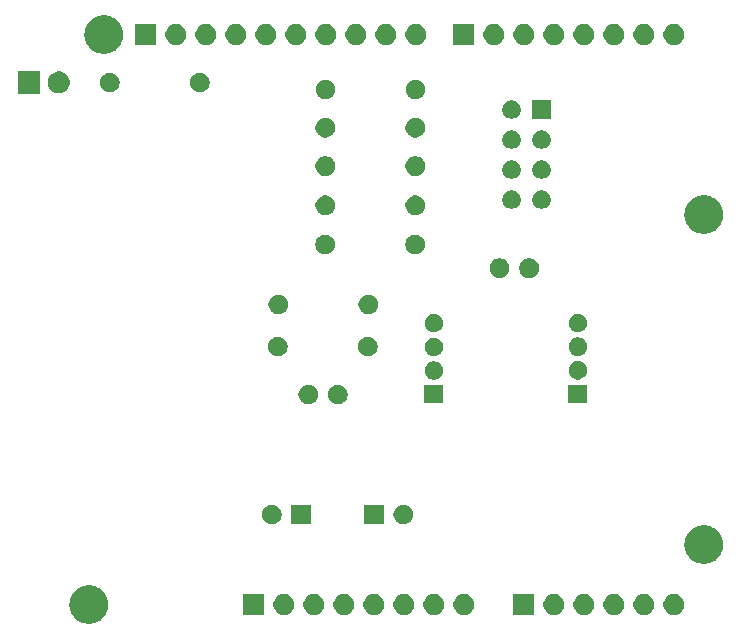
<source format=gbs>
%TF.GenerationSoftware,KiCad,Pcbnew,9.0.0*%
%TF.CreationDate,2025-04-03T14:13:49-04:00*%
%TF.ProjectId,Uno Shield Project,556e6f20-5368-4696-956c-642050726f6a,rev?*%
%TF.SameCoordinates,Original*%
%TF.FileFunction,Soldermask,Bot*%
%TF.FilePolarity,Negative*%
%FSLAX46Y46*%
G04 Gerber Fmt 4.6, Leading zero omitted, Abs format (unit mm)*
G04 Created by KiCad (PCBNEW 9.0.0) date 2025-04-03 14:13:49*
%MOMM*%
%LPD*%
G01*
G04 APERTURE LIST*
G04 APERTURE END LIST*
G36*
X114088025Y-95827049D02*
G01*
X114098516Y-95827049D01*
X114150176Y-95835231D01*
X114289536Y-95853578D01*
X114323540Y-95862689D01*
X114352384Y-95867258D01*
X114407857Y-95885282D01*
X114496480Y-95909029D01*
X114553022Y-95932449D01*
X114596835Y-95946685D01*
X114637877Y-95967597D01*
X114694426Y-95991020D01*
X114773892Y-96036900D01*
X114825853Y-96063375D01*
X114849474Y-96080537D01*
X114879962Y-96098139D01*
X114991487Y-96183715D01*
X115033796Y-96214455D01*
X115041212Y-96221871D01*
X115049933Y-96228563D01*
X115201436Y-96380066D01*
X115208127Y-96388786D01*
X115215545Y-96396204D01*
X115246288Y-96438518D01*
X115331860Y-96550037D01*
X115349460Y-96580522D01*
X115366625Y-96604147D01*
X115393103Y-96656113D01*
X115438979Y-96735573D01*
X115462399Y-96792116D01*
X115483315Y-96833165D01*
X115497552Y-96876983D01*
X115520970Y-96933519D01*
X115544713Y-97022129D01*
X115562742Y-97077616D01*
X115567311Y-97106465D01*
X115576421Y-97140463D01*
X115594767Y-97279815D01*
X115602951Y-97331484D01*
X115602951Y-97341974D01*
X115604386Y-97352874D01*
X115604386Y-97567125D01*
X115602951Y-97578024D01*
X115602951Y-97588516D01*
X115594766Y-97640188D01*
X115576421Y-97779536D01*
X115567311Y-97813531D01*
X115562742Y-97842384D01*
X115544711Y-97897875D01*
X115520970Y-97986480D01*
X115497554Y-98043011D01*
X115483315Y-98086835D01*
X115462397Y-98127887D01*
X115438979Y-98184426D01*
X115393107Y-98263878D01*
X115366625Y-98315853D01*
X115349458Y-98339481D01*
X115331860Y-98369962D01*
X115246301Y-98481462D01*
X115215545Y-98523796D01*
X115208124Y-98531216D01*
X115201436Y-98539933D01*
X115049933Y-98691436D01*
X115041216Y-98698124D01*
X115033796Y-98705545D01*
X114991462Y-98736301D01*
X114879962Y-98821860D01*
X114849481Y-98839458D01*
X114825853Y-98856625D01*
X114773878Y-98883107D01*
X114694426Y-98928979D01*
X114637887Y-98952397D01*
X114596835Y-98973315D01*
X114553011Y-98987554D01*
X114496480Y-99010970D01*
X114407875Y-99034711D01*
X114352384Y-99052742D01*
X114323531Y-99057311D01*
X114289536Y-99066421D01*
X114150188Y-99084766D01*
X114098516Y-99092951D01*
X114088025Y-99092951D01*
X114077125Y-99094386D01*
X113862875Y-99094386D01*
X113851975Y-99092951D01*
X113841484Y-99092951D01*
X113789812Y-99084767D01*
X113650463Y-99066421D01*
X113616465Y-99057311D01*
X113587616Y-99052742D01*
X113532129Y-99034713D01*
X113443519Y-99010970D01*
X113386983Y-98987552D01*
X113343165Y-98973315D01*
X113302116Y-98952399D01*
X113245573Y-98928979D01*
X113166113Y-98883103D01*
X113114147Y-98856625D01*
X113090522Y-98839460D01*
X113060037Y-98821860D01*
X112948518Y-98736288D01*
X112906204Y-98705545D01*
X112898786Y-98698127D01*
X112890066Y-98691436D01*
X112738563Y-98539933D01*
X112731871Y-98531212D01*
X112724455Y-98523796D01*
X112693715Y-98481487D01*
X112608139Y-98369962D01*
X112590537Y-98339474D01*
X112573375Y-98315853D01*
X112546900Y-98263892D01*
X112501020Y-98184426D01*
X112477597Y-98127877D01*
X112456685Y-98086835D01*
X112442449Y-98043022D01*
X112419029Y-97986480D01*
X112395282Y-97897857D01*
X112377258Y-97842384D01*
X112372689Y-97813540D01*
X112363578Y-97779536D01*
X112345231Y-97640176D01*
X112337049Y-97588516D01*
X112337049Y-97578025D01*
X112335614Y-97567125D01*
X112335614Y-97352874D01*
X112337049Y-97341973D01*
X112337049Y-97331484D01*
X112345230Y-97279828D01*
X112363578Y-97140463D01*
X112372690Y-97106456D01*
X112377258Y-97077616D01*
X112395280Y-97022147D01*
X112419029Y-96933519D01*
X112442451Y-96876972D01*
X112456685Y-96833165D01*
X112477594Y-96792126D01*
X112501020Y-96735573D01*
X112546904Y-96656098D01*
X112573375Y-96604147D01*
X112590534Y-96580529D01*
X112608139Y-96550037D01*
X112693729Y-96438493D01*
X112724455Y-96396204D01*
X112731868Y-96388790D01*
X112738563Y-96380066D01*
X112890066Y-96228563D01*
X112898790Y-96221868D01*
X112906204Y-96214455D01*
X112948493Y-96183729D01*
X113060037Y-96098139D01*
X113090529Y-96080534D01*
X113114147Y-96063375D01*
X113166098Y-96036904D01*
X113245573Y-95991020D01*
X113302126Y-95967594D01*
X113343165Y-95946685D01*
X113386972Y-95932451D01*
X113443519Y-95909029D01*
X113532147Y-95885280D01*
X113587616Y-95867258D01*
X113616456Y-95862690D01*
X113650463Y-95853578D01*
X113789825Y-95835230D01*
X113841484Y-95827049D01*
X113851975Y-95827049D01*
X113862875Y-95825614D01*
X114077125Y-95825614D01*
X114088025Y-95827049D01*
G37*
G36*
X128804542Y-96574893D02*
G01*
X128816870Y-96583130D01*
X128825107Y-96595458D01*
X128828000Y-96610000D01*
X128828000Y-98310000D01*
X128825107Y-98324542D01*
X128816870Y-98336870D01*
X128804542Y-98345107D01*
X128790000Y-98348000D01*
X127090000Y-98348000D01*
X127075458Y-98345107D01*
X127063130Y-98336870D01*
X127054893Y-98324542D01*
X127052000Y-98310000D01*
X127052000Y-96610000D01*
X127054893Y-96595458D01*
X127063130Y-96583130D01*
X127075458Y-96574893D01*
X127090000Y-96572000D01*
X128790000Y-96572000D01*
X128804542Y-96574893D01*
G37*
G36*
X151664542Y-96574893D02*
G01*
X151676870Y-96583130D01*
X151685107Y-96595458D01*
X151688000Y-96610000D01*
X151688000Y-98310000D01*
X151685107Y-98324542D01*
X151676870Y-98336870D01*
X151664542Y-98345107D01*
X151650000Y-98348000D01*
X149950000Y-98348000D01*
X149935458Y-98345107D01*
X149923130Y-98336870D01*
X149914893Y-98324542D01*
X149912000Y-98310000D01*
X149912000Y-96610000D01*
X149914893Y-96595458D01*
X149923130Y-96583130D01*
X149935458Y-96574893D01*
X149950000Y-96572000D01*
X151650000Y-96572000D01*
X151664542Y-96574893D01*
G37*
G36*
X130737773Y-96610237D02*
G01*
X130898600Y-96676854D01*
X131043341Y-96773567D01*
X131166433Y-96896659D01*
X131263146Y-97041400D01*
X131329763Y-97202227D01*
X131363724Y-97372961D01*
X131363724Y-97547039D01*
X131329763Y-97717773D01*
X131263146Y-97878600D01*
X131166433Y-98023341D01*
X131043341Y-98146433D01*
X130898600Y-98243146D01*
X130737773Y-98309763D01*
X130567039Y-98343724D01*
X130392961Y-98343724D01*
X130222227Y-98309763D01*
X130061400Y-98243146D01*
X129916659Y-98146433D01*
X129793567Y-98023341D01*
X129696854Y-97878600D01*
X129630237Y-97717773D01*
X129596276Y-97547039D01*
X129596276Y-97372961D01*
X129630237Y-97202227D01*
X129696854Y-97041400D01*
X129793567Y-96896659D01*
X129916659Y-96773567D01*
X130061400Y-96676854D01*
X130222227Y-96610237D01*
X130392961Y-96576276D01*
X130567039Y-96576276D01*
X130737773Y-96610237D01*
G37*
G36*
X133277773Y-96610237D02*
G01*
X133438600Y-96676854D01*
X133583341Y-96773567D01*
X133706433Y-96896659D01*
X133803146Y-97041400D01*
X133869763Y-97202227D01*
X133903724Y-97372961D01*
X133903724Y-97547039D01*
X133869763Y-97717773D01*
X133803146Y-97878600D01*
X133706433Y-98023341D01*
X133583341Y-98146433D01*
X133438600Y-98243146D01*
X133277773Y-98309763D01*
X133107039Y-98343724D01*
X132932961Y-98343724D01*
X132762227Y-98309763D01*
X132601400Y-98243146D01*
X132456659Y-98146433D01*
X132333567Y-98023341D01*
X132236854Y-97878600D01*
X132170237Y-97717773D01*
X132136276Y-97547039D01*
X132136276Y-97372961D01*
X132170237Y-97202227D01*
X132236854Y-97041400D01*
X132333567Y-96896659D01*
X132456659Y-96773567D01*
X132601400Y-96676854D01*
X132762227Y-96610237D01*
X132932961Y-96576276D01*
X133107039Y-96576276D01*
X133277773Y-96610237D01*
G37*
G36*
X135817773Y-96610237D02*
G01*
X135978600Y-96676854D01*
X136123341Y-96773567D01*
X136246433Y-96896659D01*
X136343146Y-97041400D01*
X136409763Y-97202227D01*
X136443724Y-97372961D01*
X136443724Y-97547039D01*
X136409763Y-97717773D01*
X136343146Y-97878600D01*
X136246433Y-98023341D01*
X136123341Y-98146433D01*
X135978600Y-98243146D01*
X135817773Y-98309763D01*
X135647039Y-98343724D01*
X135472961Y-98343724D01*
X135302227Y-98309763D01*
X135141400Y-98243146D01*
X134996659Y-98146433D01*
X134873567Y-98023341D01*
X134776854Y-97878600D01*
X134710237Y-97717773D01*
X134676276Y-97547039D01*
X134676276Y-97372961D01*
X134710237Y-97202227D01*
X134776854Y-97041400D01*
X134873567Y-96896659D01*
X134996659Y-96773567D01*
X135141400Y-96676854D01*
X135302227Y-96610237D01*
X135472961Y-96576276D01*
X135647039Y-96576276D01*
X135817773Y-96610237D01*
G37*
G36*
X138357773Y-96610237D02*
G01*
X138518600Y-96676854D01*
X138663341Y-96773567D01*
X138786433Y-96896659D01*
X138883146Y-97041400D01*
X138949763Y-97202227D01*
X138983724Y-97372961D01*
X138983724Y-97547039D01*
X138949763Y-97717773D01*
X138883146Y-97878600D01*
X138786433Y-98023341D01*
X138663341Y-98146433D01*
X138518600Y-98243146D01*
X138357773Y-98309763D01*
X138187039Y-98343724D01*
X138012961Y-98343724D01*
X137842227Y-98309763D01*
X137681400Y-98243146D01*
X137536659Y-98146433D01*
X137413567Y-98023341D01*
X137316854Y-97878600D01*
X137250237Y-97717773D01*
X137216276Y-97547039D01*
X137216276Y-97372961D01*
X137250237Y-97202227D01*
X137316854Y-97041400D01*
X137413567Y-96896659D01*
X137536659Y-96773567D01*
X137681400Y-96676854D01*
X137842227Y-96610237D01*
X138012961Y-96576276D01*
X138187039Y-96576276D01*
X138357773Y-96610237D01*
G37*
G36*
X140897773Y-96610237D02*
G01*
X141058600Y-96676854D01*
X141203341Y-96773567D01*
X141326433Y-96896659D01*
X141423146Y-97041400D01*
X141489763Y-97202227D01*
X141523724Y-97372961D01*
X141523724Y-97547039D01*
X141489763Y-97717773D01*
X141423146Y-97878600D01*
X141326433Y-98023341D01*
X141203341Y-98146433D01*
X141058600Y-98243146D01*
X140897773Y-98309763D01*
X140727039Y-98343724D01*
X140552961Y-98343724D01*
X140382227Y-98309763D01*
X140221400Y-98243146D01*
X140076659Y-98146433D01*
X139953567Y-98023341D01*
X139856854Y-97878600D01*
X139790237Y-97717773D01*
X139756276Y-97547039D01*
X139756276Y-97372961D01*
X139790237Y-97202227D01*
X139856854Y-97041400D01*
X139953567Y-96896659D01*
X140076659Y-96773567D01*
X140221400Y-96676854D01*
X140382227Y-96610237D01*
X140552961Y-96576276D01*
X140727039Y-96576276D01*
X140897773Y-96610237D01*
G37*
G36*
X143437773Y-96610237D02*
G01*
X143598600Y-96676854D01*
X143743341Y-96773567D01*
X143866433Y-96896659D01*
X143963146Y-97041400D01*
X144029763Y-97202227D01*
X144063724Y-97372961D01*
X144063724Y-97547039D01*
X144029763Y-97717773D01*
X143963146Y-97878600D01*
X143866433Y-98023341D01*
X143743341Y-98146433D01*
X143598600Y-98243146D01*
X143437773Y-98309763D01*
X143267039Y-98343724D01*
X143092961Y-98343724D01*
X142922227Y-98309763D01*
X142761400Y-98243146D01*
X142616659Y-98146433D01*
X142493567Y-98023341D01*
X142396854Y-97878600D01*
X142330237Y-97717773D01*
X142296276Y-97547039D01*
X142296276Y-97372961D01*
X142330237Y-97202227D01*
X142396854Y-97041400D01*
X142493567Y-96896659D01*
X142616659Y-96773567D01*
X142761400Y-96676854D01*
X142922227Y-96610237D01*
X143092961Y-96576276D01*
X143267039Y-96576276D01*
X143437773Y-96610237D01*
G37*
G36*
X145977773Y-96610237D02*
G01*
X146138600Y-96676854D01*
X146283341Y-96773567D01*
X146406433Y-96896659D01*
X146503146Y-97041400D01*
X146569763Y-97202227D01*
X146603724Y-97372961D01*
X146603724Y-97547039D01*
X146569763Y-97717773D01*
X146503146Y-97878600D01*
X146406433Y-98023341D01*
X146283341Y-98146433D01*
X146138600Y-98243146D01*
X145977773Y-98309763D01*
X145807039Y-98343724D01*
X145632961Y-98343724D01*
X145462227Y-98309763D01*
X145301400Y-98243146D01*
X145156659Y-98146433D01*
X145033567Y-98023341D01*
X144936854Y-97878600D01*
X144870237Y-97717773D01*
X144836276Y-97547039D01*
X144836276Y-97372961D01*
X144870237Y-97202227D01*
X144936854Y-97041400D01*
X145033567Y-96896659D01*
X145156659Y-96773567D01*
X145301400Y-96676854D01*
X145462227Y-96610237D01*
X145632961Y-96576276D01*
X145807039Y-96576276D01*
X145977773Y-96610237D01*
G37*
G36*
X153597773Y-96610237D02*
G01*
X153758600Y-96676854D01*
X153903341Y-96773567D01*
X154026433Y-96896659D01*
X154123146Y-97041400D01*
X154189763Y-97202227D01*
X154223724Y-97372961D01*
X154223724Y-97547039D01*
X154189763Y-97717773D01*
X154123146Y-97878600D01*
X154026433Y-98023341D01*
X153903341Y-98146433D01*
X153758600Y-98243146D01*
X153597773Y-98309763D01*
X153427039Y-98343724D01*
X153252961Y-98343724D01*
X153082227Y-98309763D01*
X152921400Y-98243146D01*
X152776659Y-98146433D01*
X152653567Y-98023341D01*
X152556854Y-97878600D01*
X152490237Y-97717773D01*
X152456276Y-97547039D01*
X152456276Y-97372961D01*
X152490237Y-97202227D01*
X152556854Y-97041400D01*
X152653567Y-96896659D01*
X152776659Y-96773567D01*
X152921400Y-96676854D01*
X153082227Y-96610237D01*
X153252961Y-96576276D01*
X153427039Y-96576276D01*
X153597773Y-96610237D01*
G37*
G36*
X156137773Y-96610237D02*
G01*
X156298600Y-96676854D01*
X156443341Y-96773567D01*
X156566433Y-96896659D01*
X156663146Y-97041400D01*
X156729763Y-97202227D01*
X156763724Y-97372961D01*
X156763724Y-97547039D01*
X156729763Y-97717773D01*
X156663146Y-97878600D01*
X156566433Y-98023341D01*
X156443341Y-98146433D01*
X156298600Y-98243146D01*
X156137773Y-98309763D01*
X155967039Y-98343724D01*
X155792961Y-98343724D01*
X155622227Y-98309763D01*
X155461400Y-98243146D01*
X155316659Y-98146433D01*
X155193567Y-98023341D01*
X155096854Y-97878600D01*
X155030237Y-97717773D01*
X154996276Y-97547039D01*
X154996276Y-97372961D01*
X155030237Y-97202227D01*
X155096854Y-97041400D01*
X155193567Y-96896659D01*
X155316659Y-96773567D01*
X155461400Y-96676854D01*
X155622227Y-96610237D01*
X155792961Y-96576276D01*
X155967039Y-96576276D01*
X156137773Y-96610237D01*
G37*
G36*
X158677773Y-96610237D02*
G01*
X158838600Y-96676854D01*
X158983341Y-96773567D01*
X159106433Y-96896659D01*
X159203146Y-97041400D01*
X159269763Y-97202227D01*
X159303724Y-97372961D01*
X159303724Y-97547039D01*
X159269763Y-97717773D01*
X159203146Y-97878600D01*
X159106433Y-98023341D01*
X158983341Y-98146433D01*
X158838600Y-98243146D01*
X158677773Y-98309763D01*
X158507039Y-98343724D01*
X158332961Y-98343724D01*
X158162227Y-98309763D01*
X158001400Y-98243146D01*
X157856659Y-98146433D01*
X157733567Y-98023341D01*
X157636854Y-97878600D01*
X157570237Y-97717773D01*
X157536276Y-97547039D01*
X157536276Y-97372961D01*
X157570237Y-97202227D01*
X157636854Y-97041400D01*
X157733567Y-96896659D01*
X157856659Y-96773567D01*
X158001400Y-96676854D01*
X158162227Y-96610237D01*
X158332961Y-96576276D01*
X158507039Y-96576276D01*
X158677773Y-96610237D01*
G37*
G36*
X161217773Y-96610237D02*
G01*
X161378600Y-96676854D01*
X161523341Y-96773567D01*
X161646433Y-96896659D01*
X161743146Y-97041400D01*
X161809763Y-97202227D01*
X161843724Y-97372961D01*
X161843724Y-97547039D01*
X161809763Y-97717773D01*
X161743146Y-97878600D01*
X161646433Y-98023341D01*
X161523341Y-98146433D01*
X161378600Y-98243146D01*
X161217773Y-98309763D01*
X161047039Y-98343724D01*
X160872961Y-98343724D01*
X160702227Y-98309763D01*
X160541400Y-98243146D01*
X160396659Y-98146433D01*
X160273567Y-98023341D01*
X160176854Y-97878600D01*
X160110237Y-97717773D01*
X160076276Y-97547039D01*
X160076276Y-97372961D01*
X160110237Y-97202227D01*
X160176854Y-97041400D01*
X160273567Y-96896659D01*
X160396659Y-96773567D01*
X160541400Y-96676854D01*
X160702227Y-96610237D01*
X160872961Y-96576276D01*
X161047039Y-96576276D01*
X161217773Y-96610237D01*
G37*
G36*
X163757773Y-96610237D02*
G01*
X163918600Y-96676854D01*
X164063341Y-96773567D01*
X164186433Y-96896659D01*
X164283146Y-97041400D01*
X164349763Y-97202227D01*
X164383724Y-97372961D01*
X164383724Y-97547039D01*
X164349763Y-97717773D01*
X164283146Y-97878600D01*
X164186433Y-98023341D01*
X164063341Y-98146433D01*
X163918600Y-98243146D01*
X163757773Y-98309763D01*
X163587039Y-98343724D01*
X163412961Y-98343724D01*
X163242227Y-98309763D01*
X163081400Y-98243146D01*
X162936659Y-98146433D01*
X162813567Y-98023341D01*
X162716854Y-97878600D01*
X162650237Y-97717773D01*
X162616276Y-97547039D01*
X162616276Y-97372961D01*
X162650237Y-97202227D01*
X162716854Y-97041400D01*
X162813567Y-96896659D01*
X162936659Y-96773567D01*
X163081400Y-96676854D01*
X163242227Y-96610237D01*
X163412961Y-96576276D01*
X163587039Y-96576276D01*
X163757773Y-96610237D01*
G37*
G36*
X166158025Y-90747049D02*
G01*
X166168516Y-90747049D01*
X166220176Y-90755231D01*
X166359536Y-90773578D01*
X166393540Y-90782689D01*
X166422384Y-90787258D01*
X166477857Y-90805282D01*
X166566480Y-90829029D01*
X166623022Y-90852449D01*
X166666835Y-90866685D01*
X166707877Y-90887597D01*
X166764426Y-90911020D01*
X166843892Y-90956900D01*
X166895853Y-90983375D01*
X166919474Y-91000537D01*
X166949962Y-91018139D01*
X167061487Y-91103715D01*
X167103796Y-91134455D01*
X167111212Y-91141871D01*
X167119933Y-91148563D01*
X167271436Y-91300066D01*
X167278127Y-91308786D01*
X167285545Y-91316204D01*
X167316288Y-91358518D01*
X167401860Y-91470037D01*
X167419460Y-91500522D01*
X167436625Y-91524147D01*
X167463103Y-91576113D01*
X167508979Y-91655573D01*
X167532399Y-91712116D01*
X167553315Y-91753165D01*
X167567552Y-91796983D01*
X167590970Y-91853519D01*
X167614713Y-91942129D01*
X167632742Y-91997616D01*
X167637311Y-92026465D01*
X167646421Y-92060463D01*
X167664767Y-92199815D01*
X167672951Y-92251484D01*
X167672951Y-92261974D01*
X167674386Y-92272874D01*
X167674386Y-92487125D01*
X167672951Y-92498024D01*
X167672951Y-92508516D01*
X167664766Y-92560188D01*
X167646421Y-92699536D01*
X167637311Y-92733531D01*
X167632742Y-92762384D01*
X167614711Y-92817875D01*
X167590970Y-92906480D01*
X167567554Y-92963011D01*
X167553315Y-93006835D01*
X167532397Y-93047887D01*
X167508979Y-93104426D01*
X167463107Y-93183878D01*
X167436625Y-93235853D01*
X167419458Y-93259481D01*
X167401860Y-93289962D01*
X167316301Y-93401462D01*
X167285545Y-93443796D01*
X167278124Y-93451216D01*
X167271436Y-93459933D01*
X167119933Y-93611436D01*
X167111216Y-93618124D01*
X167103796Y-93625545D01*
X167061462Y-93656301D01*
X166949962Y-93741860D01*
X166919481Y-93759458D01*
X166895853Y-93776625D01*
X166843878Y-93803107D01*
X166764426Y-93848979D01*
X166707887Y-93872397D01*
X166666835Y-93893315D01*
X166623011Y-93907554D01*
X166566480Y-93930970D01*
X166477875Y-93954711D01*
X166422384Y-93972742D01*
X166393531Y-93977311D01*
X166359536Y-93986421D01*
X166220188Y-94004766D01*
X166168516Y-94012951D01*
X166158025Y-94012951D01*
X166147125Y-94014386D01*
X165932875Y-94014386D01*
X165921975Y-94012951D01*
X165911484Y-94012951D01*
X165859812Y-94004767D01*
X165720463Y-93986421D01*
X165686465Y-93977311D01*
X165657616Y-93972742D01*
X165602129Y-93954713D01*
X165513519Y-93930970D01*
X165456983Y-93907552D01*
X165413165Y-93893315D01*
X165372116Y-93872399D01*
X165315573Y-93848979D01*
X165236113Y-93803103D01*
X165184147Y-93776625D01*
X165160522Y-93759460D01*
X165130037Y-93741860D01*
X165018518Y-93656288D01*
X164976204Y-93625545D01*
X164968786Y-93618127D01*
X164960066Y-93611436D01*
X164808563Y-93459933D01*
X164801871Y-93451212D01*
X164794455Y-93443796D01*
X164763715Y-93401487D01*
X164678139Y-93289962D01*
X164660537Y-93259474D01*
X164643375Y-93235853D01*
X164616900Y-93183892D01*
X164571020Y-93104426D01*
X164547597Y-93047877D01*
X164526685Y-93006835D01*
X164512449Y-92963022D01*
X164489029Y-92906480D01*
X164465282Y-92817857D01*
X164447258Y-92762384D01*
X164442689Y-92733540D01*
X164433578Y-92699536D01*
X164415231Y-92560176D01*
X164407049Y-92508516D01*
X164407049Y-92498025D01*
X164405614Y-92487125D01*
X164405614Y-92272874D01*
X164407049Y-92261973D01*
X164407049Y-92251484D01*
X164415230Y-92199828D01*
X164433578Y-92060463D01*
X164442690Y-92026456D01*
X164447258Y-91997616D01*
X164465280Y-91942147D01*
X164489029Y-91853519D01*
X164512451Y-91796972D01*
X164526685Y-91753165D01*
X164547594Y-91712126D01*
X164571020Y-91655573D01*
X164616904Y-91576098D01*
X164643375Y-91524147D01*
X164660534Y-91500529D01*
X164678139Y-91470037D01*
X164763729Y-91358493D01*
X164794455Y-91316204D01*
X164801868Y-91308790D01*
X164808563Y-91300066D01*
X164960066Y-91148563D01*
X164968790Y-91141868D01*
X164976204Y-91134455D01*
X165018493Y-91103729D01*
X165130037Y-91018139D01*
X165160529Y-91000534D01*
X165184147Y-90983375D01*
X165236098Y-90956904D01*
X165315573Y-90911020D01*
X165372126Y-90887594D01*
X165413165Y-90866685D01*
X165456972Y-90852451D01*
X165513519Y-90829029D01*
X165602147Y-90805280D01*
X165657616Y-90787258D01*
X165686456Y-90782690D01*
X165720463Y-90773578D01*
X165859825Y-90755230D01*
X165911484Y-90747049D01*
X165921975Y-90747049D01*
X165932875Y-90745614D01*
X166147125Y-90745614D01*
X166158025Y-90747049D01*
G37*
G36*
X132778542Y-89004893D02*
G01*
X132790870Y-89013130D01*
X132799107Y-89025458D01*
X132802000Y-89040000D01*
X132802000Y-90640000D01*
X132799107Y-90654542D01*
X132790870Y-90666870D01*
X132778542Y-90675107D01*
X132764000Y-90678000D01*
X131164000Y-90678000D01*
X131149458Y-90675107D01*
X131137130Y-90666870D01*
X131128893Y-90654542D01*
X131126000Y-90640000D01*
X131126000Y-89040000D01*
X131128893Y-89025458D01*
X131137130Y-89013130D01*
X131149458Y-89004893D01*
X131164000Y-89002000D01*
X132764000Y-89002000D01*
X132778542Y-89004893D01*
G37*
G36*
X138914542Y-89004893D02*
G01*
X138926870Y-89013130D01*
X138935107Y-89025458D01*
X138938000Y-89040000D01*
X138938000Y-90640000D01*
X138935107Y-90654542D01*
X138926870Y-90666870D01*
X138914542Y-90675107D01*
X138900000Y-90678000D01*
X137300000Y-90678000D01*
X137285458Y-90675107D01*
X137273130Y-90666870D01*
X137264893Y-90654542D01*
X137262000Y-90640000D01*
X137262000Y-89040000D01*
X137264893Y-89025458D01*
X137273130Y-89013130D01*
X137285458Y-89004893D01*
X137300000Y-89002000D01*
X138900000Y-89002000D01*
X138914542Y-89004893D01*
G37*
G36*
X129707259Y-89038084D02*
G01*
X129859030Y-89100950D01*
X129995622Y-89192217D01*
X130111783Y-89308378D01*
X130203050Y-89444970D01*
X130265916Y-89596741D01*
X130297965Y-89757862D01*
X130297965Y-89922138D01*
X130265916Y-90083259D01*
X130203050Y-90235030D01*
X130111783Y-90371622D01*
X129995622Y-90487783D01*
X129859030Y-90579050D01*
X129707259Y-90641916D01*
X129546138Y-90673965D01*
X129381862Y-90673965D01*
X129220741Y-90641916D01*
X129068970Y-90579050D01*
X128932378Y-90487783D01*
X128816217Y-90371622D01*
X128724950Y-90235030D01*
X128662084Y-90083259D01*
X128630035Y-89922138D01*
X128630035Y-89757862D01*
X128662084Y-89596741D01*
X128724950Y-89444970D01*
X128816217Y-89308378D01*
X128932378Y-89192217D01*
X129068970Y-89100950D01*
X129220741Y-89038084D01*
X129381862Y-89006035D01*
X129546138Y-89006035D01*
X129707259Y-89038084D01*
G37*
G36*
X140843259Y-89038084D02*
G01*
X140995030Y-89100950D01*
X141131622Y-89192217D01*
X141247783Y-89308378D01*
X141339050Y-89444970D01*
X141401916Y-89596741D01*
X141433965Y-89757862D01*
X141433965Y-89922138D01*
X141401916Y-90083259D01*
X141339050Y-90235030D01*
X141247783Y-90371622D01*
X141131622Y-90487783D01*
X140995030Y-90579050D01*
X140843259Y-90641916D01*
X140682138Y-90673965D01*
X140517862Y-90673965D01*
X140356741Y-90641916D01*
X140204970Y-90579050D01*
X140068378Y-90487783D01*
X139952217Y-90371622D01*
X139860950Y-90235030D01*
X139798084Y-90083259D01*
X139766035Y-89922138D01*
X139766035Y-89757862D01*
X139798084Y-89596741D01*
X139860950Y-89444970D01*
X139952217Y-89308378D01*
X140068378Y-89192217D01*
X140204970Y-89100950D01*
X140356741Y-89038084D01*
X140517862Y-89006035D01*
X140682138Y-89006035D01*
X140843259Y-89038084D01*
G37*
G36*
X132795259Y-78878084D02*
G01*
X132947030Y-78940950D01*
X133083622Y-79032217D01*
X133199783Y-79148378D01*
X133291050Y-79284970D01*
X133353916Y-79436741D01*
X133385965Y-79597862D01*
X133385965Y-79762138D01*
X133353916Y-79923259D01*
X133291050Y-80075030D01*
X133199783Y-80211622D01*
X133083622Y-80327783D01*
X132947030Y-80419050D01*
X132795259Y-80481916D01*
X132634138Y-80513965D01*
X132469862Y-80513965D01*
X132308741Y-80481916D01*
X132156970Y-80419050D01*
X132020378Y-80327783D01*
X131904217Y-80211622D01*
X131812950Y-80075030D01*
X131750084Y-79923259D01*
X131718035Y-79762138D01*
X131718035Y-79597862D01*
X131750084Y-79436741D01*
X131812950Y-79284970D01*
X131904217Y-79148378D01*
X132020378Y-79032217D01*
X132156970Y-78940950D01*
X132308741Y-78878084D01*
X132469862Y-78846035D01*
X132634138Y-78846035D01*
X132795259Y-78878084D01*
G37*
G36*
X135295259Y-78878084D02*
G01*
X135447030Y-78940950D01*
X135583622Y-79032217D01*
X135699783Y-79148378D01*
X135791050Y-79284970D01*
X135853916Y-79436741D01*
X135885965Y-79597862D01*
X135885965Y-79762138D01*
X135853916Y-79923259D01*
X135791050Y-80075030D01*
X135699783Y-80211622D01*
X135583622Y-80327783D01*
X135447030Y-80419050D01*
X135295259Y-80481916D01*
X135134138Y-80513965D01*
X134969862Y-80513965D01*
X134808741Y-80481916D01*
X134656970Y-80419050D01*
X134520378Y-80327783D01*
X134404217Y-80211622D01*
X134312950Y-80075030D01*
X134250084Y-79923259D01*
X134218035Y-79762138D01*
X134218035Y-79597862D01*
X134250084Y-79436741D01*
X134312950Y-79284970D01*
X134404217Y-79148378D01*
X134520378Y-79032217D01*
X134656970Y-78940950D01*
X134808741Y-78878084D01*
X134969862Y-78846035D01*
X135134138Y-78846035D01*
X135295259Y-78878084D01*
G37*
G36*
X143944542Y-78862893D02*
G01*
X143956870Y-78871130D01*
X143965107Y-78883458D01*
X143968000Y-78898000D01*
X143968000Y-80398000D01*
X143965107Y-80412542D01*
X143956870Y-80424870D01*
X143944542Y-80433107D01*
X143930000Y-80436000D01*
X142430000Y-80436000D01*
X142415458Y-80433107D01*
X142403130Y-80424870D01*
X142394893Y-80412542D01*
X142392000Y-80398000D01*
X142392000Y-78898000D01*
X142394893Y-78883458D01*
X142403130Y-78871130D01*
X142415458Y-78862893D01*
X142430000Y-78860000D01*
X143930000Y-78860000D01*
X143944542Y-78862893D01*
G37*
G36*
X156136542Y-78846893D02*
G01*
X156148870Y-78855130D01*
X156157107Y-78867458D01*
X156160000Y-78882000D01*
X156160000Y-80382000D01*
X156157107Y-80396542D01*
X156148870Y-80408870D01*
X156136542Y-80417107D01*
X156122000Y-80420000D01*
X154622000Y-80420000D01*
X154607458Y-80417107D01*
X154595130Y-80408870D01*
X154586893Y-80396542D01*
X154584000Y-80382000D01*
X154584000Y-78882000D01*
X154586893Y-78867458D01*
X154595130Y-78855130D01*
X154607458Y-78846893D01*
X154622000Y-78844000D01*
X156122000Y-78844000D01*
X156136542Y-78846893D01*
G37*
G36*
X143408744Y-76893931D02*
G01*
X143551461Y-76953046D01*
X143679902Y-77038868D01*
X143789132Y-77148098D01*
X143874954Y-77276539D01*
X143934069Y-77419256D01*
X143964206Y-77570762D01*
X143964206Y-77725238D01*
X143934069Y-77876744D01*
X143874954Y-78019461D01*
X143789132Y-78147902D01*
X143679902Y-78257132D01*
X143551461Y-78342954D01*
X143408744Y-78402069D01*
X143257238Y-78432206D01*
X143102762Y-78432206D01*
X142951256Y-78402069D01*
X142808539Y-78342954D01*
X142680098Y-78257132D01*
X142570868Y-78147902D01*
X142485046Y-78019461D01*
X142425931Y-77876744D01*
X142395794Y-77725238D01*
X142395794Y-77570762D01*
X142425931Y-77419256D01*
X142485046Y-77276539D01*
X142570868Y-77148098D01*
X142680098Y-77038868D01*
X142808539Y-76953046D01*
X142951256Y-76893931D01*
X143102762Y-76863794D01*
X143257238Y-76863794D01*
X143408744Y-76893931D01*
G37*
G36*
X155600744Y-76877931D02*
G01*
X155743461Y-76937046D01*
X155871902Y-77022868D01*
X155981132Y-77132098D01*
X156066954Y-77260539D01*
X156126069Y-77403256D01*
X156156206Y-77554762D01*
X156156206Y-77709238D01*
X156126069Y-77860744D01*
X156066954Y-78003461D01*
X155981132Y-78131902D01*
X155871902Y-78241132D01*
X155743461Y-78326954D01*
X155600744Y-78386069D01*
X155449238Y-78416206D01*
X155294762Y-78416206D01*
X155143256Y-78386069D01*
X155000539Y-78326954D01*
X154872098Y-78241132D01*
X154762868Y-78131902D01*
X154677046Y-78003461D01*
X154617931Y-77860744D01*
X154587794Y-77709238D01*
X154587794Y-77554762D01*
X154617931Y-77403256D01*
X154677046Y-77260539D01*
X154762868Y-77132098D01*
X154872098Y-77022868D01*
X155000539Y-76937046D01*
X155143256Y-76877931D01*
X155294762Y-76847794D01*
X155449238Y-76847794D01*
X155600744Y-76877931D01*
G37*
G36*
X130215259Y-74814084D02*
G01*
X130367030Y-74876950D01*
X130503622Y-74968217D01*
X130619783Y-75084378D01*
X130711050Y-75220970D01*
X130773916Y-75372741D01*
X130805965Y-75533862D01*
X130805965Y-75698138D01*
X130773916Y-75859259D01*
X130711050Y-76011030D01*
X130619783Y-76147622D01*
X130503622Y-76263783D01*
X130367030Y-76355050D01*
X130215259Y-76417916D01*
X130054138Y-76449965D01*
X129889862Y-76449965D01*
X129728741Y-76417916D01*
X129576970Y-76355050D01*
X129440378Y-76263783D01*
X129324217Y-76147622D01*
X129232950Y-76011030D01*
X129170084Y-75859259D01*
X129138035Y-75698138D01*
X129138035Y-75533862D01*
X129170084Y-75372741D01*
X129232950Y-75220970D01*
X129324217Y-75084378D01*
X129440378Y-74968217D01*
X129576970Y-74876950D01*
X129728741Y-74814084D01*
X129889862Y-74782035D01*
X130054138Y-74782035D01*
X130215259Y-74814084D01*
G37*
G36*
X137835259Y-74814084D02*
G01*
X137987030Y-74876950D01*
X138123622Y-74968217D01*
X138239783Y-75084378D01*
X138331050Y-75220970D01*
X138393916Y-75372741D01*
X138425965Y-75533862D01*
X138425965Y-75698138D01*
X138393916Y-75859259D01*
X138331050Y-76011030D01*
X138239783Y-76147622D01*
X138123622Y-76263783D01*
X137987030Y-76355050D01*
X137835259Y-76417916D01*
X137674138Y-76449965D01*
X137509862Y-76449965D01*
X137348741Y-76417916D01*
X137196970Y-76355050D01*
X137060378Y-76263783D01*
X136944217Y-76147622D01*
X136852950Y-76011030D01*
X136790084Y-75859259D01*
X136758035Y-75698138D01*
X136758035Y-75533862D01*
X136790084Y-75372741D01*
X136852950Y-75220970D01*
X136944217Y-75084378D01*
X137060378Y-74968217D01*
X137196970Y-74876950D01*
X137348741Y-74814084D01*
X137509862Y-74782035D01*
X137674138Y-74782035D01*
X137835259Y-74814084D01*
G37*
G36*
X143408744Y-74893931D02*
G01*
X143551461Y-74953046D01*
X143679902Y-75038868D01*
X143789132Y-75148098D01*
X143874954Y-75276539D01*
X143934069Y-75419256D01*
X143964206Y-75570762D01*
X143964206Y-75725238D01*
X143934069Y-75876744D01*
X143874954Y-76019461D01*
X143789132Y-76147902D01*
X143679902Y-76257132D01*
X143551461Y-76342954D01*
X143408744Y-76402069D01*
X143257238Y-76432206D01*
X143102762Y-76432206D01*
X142951256Y-76402069D01*
X142808539Y-76342954D01*
X142680098Y-76257132D01*
X142570868Y-76147902D01*
X142485046Y-76019461D01*
X142425931Y-75876744D01*
X142395794Y-75725238D01*
X142395794Y-75570762D01*
X142425931Y-75419256D01*
X142485046Y-75276539D01*
X142570868Y-75148098D01*
X142680098Y-75038868D01*
X142808539Y-74953046D01*
X142951256Y-74893931D01*
X143102762Y-74863794D01*
X143257238Y-74863794D01*
X143408744Y-74893931D01*
G37*
G36*
X155600744Y-74877931D02*
G01*
X155743461Y-74937046D01*
X155871902Y-75022868D01*
X155981132Y-75132098D01*
X156066954Y-75260539D01*
X156126069Y-75403256D01*
X156156206Y-75554762D01*
X156156206Y-75709238D01*
X156126069Y-75860744D01*
X156066954Y-76003461D01*
X155981132Y-76131902D01*
X155871902Y-76241132D01*
X155743461Y-76326954D01*
X155600744Y-76386069D01*
X155449238Y-76416206D01*
X155294762Y-76416206D01*
X155143256Y-76386069D01*
X155000539Y-76326954D01*
X154872098Y-76241132D01*
X154762868Y-76131902D01*
X154677046Y-76003461D01*
X154617931Y-75860744D01*
X154587794Y-75709238D01*
X154587794Y-75554762D01*
X154617931Y-75403256D01*
X154677046Y-75260539D01*
X154762868Y-75132098D01*
X154872098Y-75022868D01*
X155000539Y-74937046D01*
X155143256Y-74877931D01*
X155294762Y-74847794D01*
X155449238Y-74847794D01*
X155600744Y-74877931D01*
G37*
G36*
X143408744Y-72893931D02*
G01*
X143551461Y-72953046D01*
X143679902Y-73038868D01*
X143789132Y-73148098D01*
X143874954Y-73276539D01*
X143934069Y-73419256D01*
X143964206Y-73570762D01*
X143964206Y-73725238D01*
X143934069Y-73876744D01*
X143874954Y-74019461D01*
X143789132Y-74147902D01*
X143679902Y-74257132D01*
X143551461Y-74342954D01*
X143408744Y-74402069D01*
X143257238Y-74432206D01*
X143102762Y-74432206D01*
X142951256Y-74402069D01*
X142808539Y-74342954D01*
X142680098Y-74257132D01*
X142570868Y-74147902D01*
X142485046Y-74019461D01*
X142425931Y-73876744D01*
X142395794Y-73725238D01*
X142395794Y-73570762D01*
X142425931Y-73419256D01*
X142485046Y-73276539D01*
X142570868Y-73148098D01*
X142680098Y-73038868D01*
X142808539Y-72953046D01*
X142951256Y-72893931D01*
X143102762Y-72863794D01*
X143257238Y-72863794D01*
X143408744Y-72893931D01*
G37*
G36*
X155600744Y-72877931D02*
G01*
X155743461Y-72937046D01*
X155871902Y-73022868D01*
X155981132Y-73132098D01*
X156066954Y-73260539D01*
X156126069Y-73403256D01*
X156156206Y-73554762D01*
X156156206Y-73709238D01*
X156126069Y-73860744D01*
X156066954Y-74003461D01*
X155981132Y-74131902D01*
X155871902Y-74241132D01*
X155743461Y-74326954D01*
X155600744Y-74386069D01*
X155449238Y-74416206D01*
X155294762Y-74416206D01*
X155143256Y-74386069D01*
X155000539Y-74326954D01*
X154872098Y-74241132D01*
X154762868Y-74131902D01*
X154677046Y-74003461D01*
X154617931Y-73860744D01*
X154587794Y-73709238D01*
X154587794Y-73554762D01*
X154617931Y-73403256D01*
X154677046Y-73260539D01*
X154762868Y-73132098D01*
X154872098Y-73022868D01*
X155000539Y-72937046D01*
X155143256Y-72877931D01*
X155294762Y-72847794D01*
X155449238Y-72847794D01*
X155600744Y-72877931D01*
G37*
G36*
X130253259Y-71258084D02*
G01*
X130405030Y-71320950D01*
X130541622Y-71412217D01*
X130657783Y-71528378D01*
X130749050Y-71664970D01*
X130811916Y-71816741D01*
X130843965Y-71977862D01*
X130843965Y-72142138D01*
X130811916Y-72303259D01*
X130749050Y-72455030D01*
X130657783Y-72591622D01*
X130541622Y-72707783D01*
X130405030Y-72799050D01*
X130253259Y-72861916D01*
X130092138Y-72893965D01*
X129927862Y-72893965D01*
X129766741Y-72861916D01*
X129614970Y-72799050D01*
X129478378Y-72707783D01*
X129362217Y-72591622D01*
X129270950Y-72455030D01*
X129208084Y-72303259D01*
X129176035Y-72142138D01*
X129176035Y-71977862D01*
X129208084Y-71816741D01*
X129270950Y-71664970D01*
X129362217Y-71528378D01*
X129478378Y-71412217D01*
X129614970Y-71320950D01*
X129766741Y-71258084D01*
X129927862Y-71226035D01*
X130092138Y-71226035D01*
X130253259Y-71258084D01*
G37*
G36*
X137873259Y-71258084D02*
G01*
X138025030Y-71320950D01*
X138161622Y-71412217D01*
X138277783Y-71528378D01*
X138369050Y-71664970D01*
X138431916Y-71816741D01*
X138463965Y-71977862D01*
X138463965Y-72142138D01*
X138431916Y-72303259D01*
X138369050Y-72455030D01*
X138277783Y-72591622D01*
X138161622Y-72707783D01*
X138025030Y-72799050D01*
X137873259Y-72861916D01*
X137712138Y-72893965D01*
X137547862Y-72893965D01*
X137386741Y-72861916D01*
X137234970Y-72799050D01*
X137098378Y-72707783D01*
X136982217Y-72591622D01*
X136890950Y-72455030D01*
X136828084Y-72303259D01*
X136796035Y-72142138D01*
X136796035Y-71977862D01*
X136828084Y-71816741D01*
X136890950Y-71664970D01*
X136982217Y-71528378D01*
X137098378Y-71412217D01*
X137234970Y-71320950D01*
X137386741Y-71258084D01*
X137547862Y-71226035D01*
X137712138Y-71226035D01*
X137873259Y-71258084D01*
G37*
G36*
X148993259Y-68178084D02*
G01*
X149145030Y-68240950D01*
X149281622Y-68332217D01*
X149397783Y-68448378D01*
X149489050Y-68584970D01*
X149551916Y-68736741D01*
X149583965Y-68897862D01*
X149583965Y-69062138D01*
X149551916Y-69223259D01*
X149489050Y-69375030D01*
X149397783Y-69511622D01*
X149281622Y-69627783D01*
X149145030Y-69719050D01*
X148993259Y-69781916D01*
X148832138Y-69813965D01*
X148667862Y-69813965D01*
X148506741Y-69781916D01*
X148354970Y-69719050D01*
X148218378Y-69627783D01*
X148102217Y-69511622D01*
X148010950Y-69375030D01*
X147948084Y-69223259D01*
X147916035Y-69062138D01*
X147916035Y-68897862D01*
X147948084Y-68736741D01*
X148010950Y-68584970D01*
X148102217Y-68448378D01*
X148218378Y-68332217D01*
X148354970Y-68240950D01*
X148506741Y-68178084D01*
X148667862Y-68146035D01*
X148832138Y-68146035D01*
X148993259Y-68178084D01*
G37*
G36*
X151493259Y-68178084D02*
G01*
X151645030Y-68240950D01*
X151781622Y-68332217D01*
X151897783Y-68448378D01*
X151989050Y-68584970D01*
X152051916Y-68736741D01*
X152083965Y-68897862D01*
X152083965Y-69062138D01*
X152051916Y-69223259D01*
X151989050Y-69375030D01*
X151897783Y-69511622D01*
X151781622Y-69627783D01*
X151645030Y-69719050D01*
X151493259Y-69781916D01*
X151332138Y-69813965D01*
X151167862Y-69813965D01*
X151006741Y-69781916D01*
X150854970Y-69719050D01*
X150718378Y-69627783D01*
X150602217Y-69511622D01*
X150510950Y-69375030D01*
X150448084Y-69223259D01*
X150416035Y-69062138D01*
X150416035Y-68897862D01*
X150448084Y-68736741D01*
X150510950Y-68584970D01*
X150602217Y-68448378D01*
X150718378Y-68332217D01*
X150854970Y-68240950D01*
X151006741Y-68178084D01*
X151167862Y-68146035D01*
X151332138Y-68146035D01*
X151493259Y-68178084D01*
G37*
G36*
X134225259Y-66178084D02*
G01*
X134377030Y-66240950D01*
X134513622Y-66332217D01*
X134629783Y-66448378D01*
X134721050Y-66584970D01*
X134783916Y-66736741D01*
X134815965Y-66897862D01*
X134815965Y-67062138D01*
X134783916Y-67223259D01*
X134721050Y-67375030D01*
X134629783Y-67511622D01*
X134513622Y-67627783D01*
X134377030Y-67719050D01*
X134225259Y-67781916D01*
X134064138Y-67813965D01*
X133899862Y-67813965D01*
X133738741Y-67781916D01*
X133586970Y-67719050D01*
X133450378Y-67627783D01*
X133334217Y-67511622D01*
X133242950Y-67375030D01*
X133180084Y-67223259D01*
X133148035Y-67062138D01*
X133148035Y-66897862D01*
X133180084Y-66736741D01*
X133242950Y-66584970D01*
X133334217Y-66448378D01*
X133450378Y-66332217D01*
X133586970Y-66240950D01*
X133738741Y-66178084D01*
X133899862Y-66146035D01*
X134064138Y-66146035D01*
X134225259Y-66178084D01*
G37*
G36*
X141845259Y-66178084D02*
G01*
X141997030Y-66240950D01*
X142133622Y-66332217D01*
X142249783Y-66448378D01*
X142341050Y-66584970D01*
X142403916Y-66736741D01*
X142435965Y-66897862D01*
X142435965Y-67062138D01*
X142403916Y-67223259D01*
X142341050Y-67375030D01*
X142249783Y-67511622D01*
X142133622Y-67627783D01*
X141997030Y-67719050D01*
X141845259Y-67781916D01*
X141684138Y-67813965D01*
X141519862Y-67813965D01*
X141358741Y-67781916D01*
X141206970Y-67719050D01*
X141070378Y-67627783D01*
X140954217Y-67511622D01*
X140862950Y-67375030D01*
X140800084Y-67223259D01*
X140768035Y-67062138D01*
X140768035Y-66897862D01*
X140800084Y-66736741D01*
X140862950Y-66584970D01*
X140954217Y-66448378D01*
X141070378Y-66332217D01*
X141206970Y-66240950D01*
X141358741Y-66178084D01*
X141519862Y-66146035D01*
X141684138Y-66146035D01*
X141845259Y-66178084D01*
G37*
G36*
X166158025Y-62807049D02*
G01*
X166168516Y-62807049D01*
X166220176Y-62815231D01*
X166359536Y-62833578D01*
X166393540Y-62842689D01*
X166422384Y-62847258D01*
X166477857Y-62865282D01*
X166566480Y-62889029D01*
X166623022Y-62912449D01*
X166666835Y-62926685D01*
X166707877Y-62947597D01*
X166764426Y-62971020D01*
X166843892Y-63016900D01*
X166895853Y-63043375D01*
X166919474Y-63060537D01*
X166949962Y-63078139D01*
X167061487Y-63163715D01*
X167103796Y-63194455D01*
X167111212Y-63201871D01*
X167119933Y-63208563D01*
X167271436Y-63360066D01*
X167278127Y-63368786D01*
X167285545Y-63376204D01*
X167316288Y-63418518D01*
X167401860Y-63530037D01*
X167419460Y-63560522D01*
X167436625Y-63584147D01*
X167463103Y-63636113D01*
X167508979Y-63715573D01*
X167532399Y-63772116D01*
X167553315Y-63813165D01*
X167567552Y-63856983D01*
X167590970Y-63913519D01*
X167614713Y-64002129D01*
X167632742Y-64057616D01*
X167637311Y-64086465D01*
X167646421Y-64120463D01*
X167664767Y-64259815D01*
X167672951Y-64311484D01*
X167672951Y-64321974D01*
X167674386Y-64332874D01*
X167674386Y-64547125D01*
X167672951Y-64558024D01*
X167672951Y-64568516D01*
X167664766Y-64620188D01*
X167646421Y-64759536D01*
X167637311Y-64793531D01*
X167632742Y-64822384D01*
X167614711Y-64877875D01*
X167590970Y-64966480D01*
X167567554Y-65023011D01*
X167553315Y-65066835D01*
X167532397Y-65107887D01*
X167508979Y-65164426D01*
X167463107Y-65243878D01*
X167436625Y-65295853D01*
X167419458Y-65319481D01*
X167401860Y-65349962D01*
X167316301Y-65461462D01*
X167285545Y-65503796D01*
X167278124Y-65511216D01*
X167271436Y-65519933D01*
X167119933Y-65671436D01*
X167111216Y-65678124D01*
X167103796Y-65685545D01*
X167061462Y-65716301D01*
X166949962Y-65801860D01*
X166919481Y-65819458D01*
X166895853Y-65836625D01*
X166843878Y-65863107D01*
X166764426Y-65908979D01*
X166707887Y-65932397D01*
X166666835Y-65953315D01*
X166623011Y-65967554D01*
X166566480Y-65990970D01*
X166477875Y-66014711D01*
X166422384Y-66032742D01*
X166393531Y-66037311D01*
X166359536Y-66046421D01*
X166220188Y-66064766D01*
X166168516Y-66072951D01*
X166158025Y-66072951D01*
X166147125Y-66074386D01*
X165932875Y-66074386D01*
X165921975Y-66072951D01*
X165911484Y-66072951D01*
X165859812Y-66064767D01*
X165720463Y-66046421D01*
X165686465Y-66037311D01*
X165657616Y-66032742D01*
X165602129Y-66014713D01*
X165513519Y-65990970D01*
X165456983Y-65967552D01*
X165413165Y-65953315D01*
X165372116Y-65932399D01*
X165315573Y-65908979D01*
X165236113Y-65863103D01*
X165184147Y-65836625D01*
X165160522Y-65819460D01*
X165130037Y-65801860D01*
X165018518Y-65716288D01*
X164976204Y-65685545D01*
X164968786Y-65678127D01*
X164960066Y-65671436D01*
X164808563Y-65519933D01*
X164801871Y-65511212D01*
X164794455Y-65503796D01*
X164763715Y-65461487D01*
X164678139Y-65349962D01*
X164660537Y-65319474D01*
X164643375Y-65295853D01*
X164616900Y-65243892D01*
X164571020Y-65164426D01*
X164547597Y-65107877D01*
X164526685Y-65066835D01*
X164512449Y-65023022D01*
X164489029Y-64966480D01*
X164465282Y-64877857D01*
X164447258Y-64822384D01*
X164442689Y-64793540D01*
X164433578Y-64759536D01*
X164415231Y-64620176D01*
X164407049Y-64568516D01*
X164407049Y-64558025D01*
X164405614Y-64547125D01*
X164405614Y-64332874D01*
X164407049Y-64321973D01*
X164407049Y-64311484D01*
X164415230Y-64259828D01*
X164433578Y-64120463D01*
X164442690Y-64086456D01*
X164447258Y-64057616D01*
X164465280Y-64002147D01*
X164489029Y-63913519D01*
X164512451Y-63856972D01*
X164526685Y-63813165D01*
X164547594Y-63772126D01*
X164571020Y-63715573D01*
X164616904Y-63636098D01*
X164643375Y-63584147D01*
X164660534Y-63560529D01*
X164678139Y-63530037D01*
X164763729Y-63418493D01*
X164794455Y-63376204D01*
X164801868Y-63368790D01*
X164808563Y-63360066D01*
X164960066Y-63208563D01*
X164968790Y-63201868D01*
X164976204Y-63194455D01*
X165018493Y-63163729D01*
X165130037Y-63078139D01*
X165160529Y-63060534D01*
X165184147Y-63043375D01*
X165236098Y-63016904D01*
X165315573Y-62971020D01*
X165372126Y-62947594D01*
X165413165Y-62926685D01*
X165456972Y-62912451D01*
X165513519Y-62889029D01*
X165602147Y-62865280D01*
X165657616Y-62847258D01*
X165686456Y-62842690D01*
X165720463Y-62833578D01*
X165859825Y-62815230D01*
X165911484Y-62807049D01*
X165921975Y-62807049D01*
X165932875Y-62805614D01*
X166147125Y-62805614D01*
X166158025Y-62807049D01*
G37*
G36*
X134233259Y-62858084D02*
G01*
X134385030Y-62920950D01*
X134521622Y-63012217D01*
X134637783Y-63128378D01*
X134729050Y-63264970D01*
X134791916Y-63416741D01*
X134823965Y-63577862D01*
X134823965Y-63742138D01*
X134791916Y-63903259D01*
X134729050Y-64055030D01*
X134637783Y-64191622D01*
X134521622Y-64307783D01*
X134385030Y-64399050D01*
X134233259Y-64461916D01*
X134072138Y-64493965D01*
X133907862Y-64493965D01*
X133746741Y-64461916D01*
X133594970Y-64399050D01*
X133458378Y-64307783D01*
X133342217Y-64191622D01*
X133250950Y-64055030D01*
X133188084Y-63903259D01*
X133156035Y-63742138D01*
X133156035Y-63577862D01*
X133188084Y-63416741D01*
X133250950Y-63264970D01*
X133342217Y-63128378D01*
X133458378Y-63012217D01*
X133594970Y-62920950D01*
X133746741Y-62858084D01*
X133907862Y-62826035D01*
X134072138Y-62826035D01*
X134233259Y-62858084D01*
G37*
G36*
X141853259Y-62858084D02*
G01*
X142005030Y-62920950D01*
X142141622Y-63012217D01*
X142257783Y-63128378D01*
X142349050Y-63264970D01*
X142411916Y-63416741D01*
X142443965Y-63577862D01*
X142443965Y-63742138D01*
X142411916Y-63903259D01*
X142349050Y-64055030D01*
X142257783Y-64191622D01*
X142141622Y-64307783D01*
X142005030Y-64399050D01*
X141853259Y-64461916D01*
X141692138Y-64493965D01*
X141527862Y-64493965D01*
X141366741Y-64461916D01*
X141214970Y-64399050D01*
X141078378Y-64307783D01*
X140962217Y-64191622D01*
X140870950Y-64055030D01*
X140808084Y-63903259D01*
X140776035Y-63742138D01*
X140776035Y-63577862D01*
X140808084Y-63416741D01*
X140870950Y-63264970D01*
X140962217Y-63128378D01*
X141078378Y-63012217D01*
X141214970Y-62920950D01*
X141366741Y-62858084D01*
X141527862Y-62826035D01*
X141692138Y-62826035D01*
X141853259Y-62858084D01*
G37*
G36*
X149988744Y-62425931D02*
G01*
X150131461Y-62485046D01*
X150259902Y-62570868D01*
X150369132Y-62680098D01*
X150454954Y-62808539D01*
X150514069Y-62951256D01*
X150544206Y-63102762D01*
X150544206Y-63257238D01*
X150514069Y-63408744D01*
X150454954Y-63551461D01*
X150369132Y-63679902D01*
X150259902Y-63789132D01*
X150131461Y-63874954D01*
X149988744Y-63934069D01*
X149837238Y-63964206D01*
X149682762Y-63964206D01*
X149531256Y-63934069D01*
X149388539Y-63874954D01*
X149260098Y-63789132D01*
X149150868Y-63679902D01*
X149065046Y-63551461D01*
X149005931Y-63408744D01*
X148975794Y-63257238D01*
X148975794Y-63102762D01*
X149005931Y-62951256D01*
X149065046Y-62808539D01*
X149150868Y-62680098D01*
X149260098Y-62570868D01*
X149388539Y-62485046D01*
X149531256Y-62425931D01*
X149682762Y-62395794D01*
X149837238Y-62395794D01*
X149988744Y-62425931D01*
G37*
G36*
X152528744Y-62425931D02*
G01*
X152671461Y-62485046D01*
X152799902Y-62570868D01*
X152909132Y-62680098D01*
X152994954Y-62808539D01*
X153054069Y-62951256D01*
X153084206Y-63102762D01*
X153084206Y-63257238D01*
X153054069Y-63408744D01*
X152994954Y-63551461D01*
X152909132Y-63679902D01*
X152799902Y-63789132D01*
X152671461Y-63874954D01*
X152528744Y-63934069D01*
X152377238Y-63964206D01*
X152222762Y-63964206D01*
X152071256Y-63934069D01*
X151928539Y-63874954D01*
X151800098Y-63789132D01*
X151690868Y-63679902D01*
X151605046Y-63551461D01*
X151545931Y-63408744D01*
X151515794Y-63257238D01*
X151515794Y-63102762D01*
X151545931Y-62951256D01*
X151605046Y-62808539D01*
X151690868Y-62680098D01*
X151800098Y-62570868D01*
X151928539Y-62485046D01*
X152071256Y-62425931D01*
X152222762Y-62395794D01*
X152377238Y-62395794D01*
X152528744Y-62425931D01*
G37*
G36*
X149988744Y-59885931D02*
G01*
X150131461Y-59945046D01*
X150259902Y-60030868D01*
X150369132Y-60140098D01*
X150454954Y-60268539D01*
X150514069Y-60411256D01*
X150544206Y-60562762D01*
X150544206Y-60717238D01*
X150514069Y-60868744D01*
X150454954Y-61011461D01*
X150369132Y-61139902D01*
X150259902Y-61249132D01*
X150131461Y-61334954D01*
X149988744Y-61394069D01*
X149837238Y-61424206D01*
X149682762Y-61424206D01*
X149531256Y-61394069D01*
X149388539Y-61334954D01*
X149260098Y-61249132D01*
X149150868Y-61139902D01*
X149065046Y-61011461D01*
X149005931Y-60868744D01*
X148975794Y-60717238D01*
X148975794Y-60562762D01*
X149005931Y-60411256D01*
X149065046Y-60268539D01*
X149150868Y-60140098D01*
X149260098Y-60030868D01*
X149388539Y-59945046D01*
X149531256Y-59885931D01*
X149682762Y-59855794D01*
X149837238Y-59855794D01*
X149988744Y-59885931D01*
G37*
G36*
X152528744Y-59885931D02*
G01*
X152671461Y-59945046D01*
X152799902Y-60030868D01*
X152909132Y-60140098D01*
X152994954Y-60268539D01*
X153054069Y-60411256D01*
X153084206Y-60562762D01*
X153084206Y-60717238D01*
X153054069Y-60868744D01*
X152994954Y-61011461D01*
X152909132Y-61139902D01*
X152799902Y-61249132D01*
X152671461Y-61334954D01*
X152528744Y-61394069D01*
X152377238Y-61424206D01*
X152222762Y-61424206D01*
X152071256Y-61394069D01*
X151928539Y-61334954D01*
X151800098Y-61249132D01*
X151690868Y-61139902D01*
X151605046Y-61011461D01*
X151545931Y-60868744D01*
X151515794Y-60717238D01*
X151515794Y-60562762D01*
X151545931Y-60411256D01*
X151605046Y-60268539D01*
X151690868Y-60140098D01*
X151800098Y-60030868D01*
X151928539Y-59945046D01*
X152071256Y-59885931D01*
X152222762Y-59855794D01*
X152377238Y-59855794D01*
X152528744Y-59885931D01*
G37*
G36*
X134233259Y-59538084D02*
G01*
X134385030Y-59600950D01*
X134521622Y-59692217D01*
X134637783Y-59808378D01*
X134729050Y-59944970D01*
X134791916Y-60096741D01*
X134823965Y-60257862D01*
X134823965Y-60422138D01*
X134791916Y-60583259D01*
X134729050Y-60735030D01*
X134637783Y-60871622D01*
X134521622Y-60987783D01*
X134385030Y-61079050D01*
X134233259Y-61141916D01*
X134072138Y-61173965D01*
X133907862Y-61173965D01*
X133746741Y-61141916D01*
X133594970Y-61079050D01*
X133458378Y-60987783D01*
X133342217Y-60871622D01*
X133250950Y-60735030D01*
X133188084Y-60583259D01*
X133156035Y-60422138D01*
X133156035Y-60257862D01*
X133188084Y-60096741D01*
X133250950Y-59944970D01*
X133342217Y-59808378D01*
X133458378Y-59692217D01*
X133594970Y-59600950D01*
X133746741Y-59538084D01*
X133907862Y-59506035D01*
X134072138Y-59506035D01*
X134233259Y-59538084D01*
G37*
G36*
X141853259Y-59538084D02*
G01*
X142005030Y-59600950D01*
X142141622Y-59692217D01*
X142257783Y-59808378D01*
X142349050Y-59944970D01*
X142411916Y-60096741D01*
X142443965Y-60257862D01*
X142443965Y-60422138D01*
X142411916Y-60583259D01*
X142349050Y-60735030D01*
X142257783Y-60871622D01*
X142141622Y-60987783D01*
X142005030Y-61079050D01*
X141853259Y-61141916D01*
X141692138Y-61173965D01*
X141527862Y-61173965D01*
X141366741Y-61141916D01*
X141214970Y-61079050D01*
X141078378Y-60987783D01*
X140962217Y-60871622D01*
X140870950Y-60735030D01*
X140808084Y-60583259D01*
X140776035Y-60422138D01*
X140776035Y-60257862D01*
X140808084Y-60096741D01*
X140870950Y-59944970D01*
X140962217Y-59808378D01*
X141078378Y-59692217D01*
X141214970Y-59600950D01*
X141366741Y-59538084D01*
X141527862Y-59506035D01*
X141692138Y-59506035D01*
X141853259Y-59538084D01*
G37*
G36*
X149988744Y-57345931D02*
G01*
X150131461Y-57405046D01*
X150259902Y-57490868D01*
X150369132Y-57600098D01*
X150454954Y-57728539D01*
X150514069Y-57871256D01*
X150544206Y-58022762D01*
X150544206Y-58177238D01*
X150514069Y-58328744D01*
X150454954Y-58471461D01*
X150369132Y-58599902D01*
X150259902Y-58709132D01*
X150131461Y-58794954D01*
X149988744Y-58854069D01*
X149837238Y-58884206D01*
X149682762Y-58884206D01*
X149531256Y-58854069D01*
X149388539Y-58794954D01*
X149260098Y-58709132D01*
X149150868Y-58599902D01*
X149065046Y-58471461D01*
X149005931Y-58328744D01*
X148975794Y-58177238D01*
X148975794Y-58022762D01*
X149005931Y-57871256D01*
X149065046Y-57728539D01*
X149150868Y-57600098D01*
X149260098Y-57490868D01*
X149388539Y-57405046D01*
X149531256Y-57345931D01*
X149682762Y-57315794D01*
X149837238Y-57315794D01*
X149988744Y-57345931D01*
G37*
G36*
X152528744Y-57345931D02*
G01*
X152671461Y-57405046D01*
X152799902Y-57490868D01*
X152909132Y-57600098D01*
X152994954Y-57728539D01*
X153054069Y-57871256D01*
X153084206Y-58022762D01*
X153084206Y-58177238D01*
X153054069Y-58328744D01*
X152994954Y-58471461D01*
X152909132Y-58599902D01*
X152799902Y-58709132D01*
X152671461Y-58794954D01*
X152528744Y-58854069D01*
X152377238Y-58884206D01*
X152222762Y-58884206D01*
X152071256Y-58854069D01*
X151928539Y-58794954D01*
X151800098Y-58709132D01*
X151690868Y-58599902D01*
X151605046Y-58471461D01*
X151545931Y-58328744D01*
X151515794Y-58177238D01*
X151515794Y-58022762D01*
X151545931Y-57871256D01*
X151605046Y-57728539D01*
X151690868Y-57600098D01*
X151800098Y-57490868D01*
X151928539Y-57405046D01*
X152071256Y-57345931D01*
X152222762Y-57315794D01*
X152377238Y-57315794D01*
X152528744Y-57345931D01*
G37*
G36*
X134233259Y-56288084D02*
G01*
X134385030Y-56350950D01*
X134521622Y-56442217D01*
X134637783Y-56558378D01*
X134729050Y-56694970D01*
X134791916Y-56846741D01*
X134823965Y-57007862D01*
X134823965Y-57172138D01*
X134791916Y-57333259D01*
X134729050Y-57485030D01*
X134637783Y-57621622D01*
X134521622Y-57737783D01*
X134385030Y-57829050D01*
X134233259Y-57891916D01*
X134072138Y-57923965D01*
X133907862Y-57923965D01*
X133746741Y-57891916D01*
X133594970Y-57829050D01*
X133458378Y-57737783D01*
X133342217Y-57621622D01*
X133250950Y-57485030D01*
X133188084Y-57333259D01*
X133156035Y-57172138D01*
X133156035Y-57007862D01*
X133188084Y-56846741D01*
X133250950Y-56694970D01*
X133342217Y-56558378D01*
X133458378Y-56442217D01*
X133594970Y-56350950D01*
X133746741Y-56288084D01*
X133907862Y-56256035D01*
X134072138Y-56256035D01*
X134233259Y-56288084D01*
G37*
G36*
X141853259Y-56288084D02*
G01*
X142005030Y-56350950D01*
X142141622Y-56442217D01*
X142257783Y-56558378D01*
X142349050Y-56694970D01*
X142411916Y-56846741D01*
X142443965Y-57007862D01*
X142443965Y-57172138D01*
X142411916Y-57333259D01*
X142349050Y-57485030D01*
X142257783Y-57621622D01*
X142141622Y-57737783D01*
X142005030Y-57829050D01*
X141853259Y-57891916D01*
X141692138Y-57923965D01*
X141527862Y-57923965D01*
X141366741Y-57891916D01*
X141214970Y-57829050D01*
X141078378Y-57737783D01*
X140962217Y-57621622D01*
X140870950Y-57485030D01*
X140808084Y-57333259D01*
X140776035Y-57172138D01*
X140776035Y-57007862D01*
X140808084Y-56846741D01*
X140870950Y-56694970D01*
X140962217Y-56558378D01*
X141078378Y-56442217D01*
X141214970Y-56350950D01*
X141366741Y-56288084D01*
X141527862Y-56256035D01*
X141692138Y-56256035D01*
X141853259Y-56288084D01*
G37*
G36*
X153064542Y-54774893D02*
G01*
X153076870Y-54783130D01*
X153085107Y-54795458D01*
X153088000Y-54810000D01*
X153088000Y-56310000D01*
X153085107Y-56324542D01*
X153076870Y-56336870D01*
X153064542Y-56345107D01*
X153050000Y-56348000D01*
X151550000Y-56348000D01*
X151535458Y-56345107D01*
X151523130Y-56336870D01*
X151514893Y-56324542D01*
X151512000Y-56310000D01*
X151512000Y-54810000D01*
X151514893Y-54795458D01*
X151523130Y-54783130D01*
X151535458Y-54774893D01*
X151550000Y-54772000D01*
X153050000Y-54772000D01*
X153064542Y-54774893D01*
G37*
G36*
X149988744Y-54805931D02*
G01*
X150131461Y-54865046D01*
X150259902Y-54950868D01*
X150369132Y-55060098D01*
X150454954Y-55188539D01*
X150514069Y-55331256D01*
X150544206Y-55482762D01*
X150544206Y-55637238D01*
X150514069Y-55788744D01*
X150454954Y-55931461D01*
X150369132Y-56059902D01*
X150259902Y-56169132D01*
X150131461Y-56254954D01*
X149988744Y-56314069D01*
X149837238Y-56344206D01*
X149682762Y-56344206D01*
X149531256Y-56314069D01*
X149388539Y-56254954D01*
X149260098Y-56169132D01*
X149150868Y-56059902D01*
X149065046Y-55931461D01*
X149005931Y-55788744D01*
X148975794Y-55637238D01*
X148975794Y-55482762D01*
X149005931Y-55331256D01*
X149065046Y-55188539D01*
X149150868Y-55060098D01*
X149260098Y-54950868D01*
X149388539Y-54865046D01*
X149531256Y-54805931D01*
X149682762Y-54775794D01*
X149837238Y-54775794D01*
X149988744Y-54805931D01*
G37*
G36*
X134243259Y-53058084D02*
G01*
X134395030Y-53120950D01*
X134531622Y-53212217D01*
X134647783Y-53328378D01*
X134739050Y-53464970D01*
X134801916Y-53616741D01*
X134833965Y-53777862D01*
X134833965Y-53942138D01*
X134801916Y-54103259D01*
X134739050Y-54255030D01*
X134647783Y-54391622D01*
X134531622Y-54507783D01*
X134395030Y-54599050D01*
X134243259Y-54661916D01*
X134082138Y-54693965D01*
X133917862Y-54693965D01*
X133756741Y-54661916D01*
X133604970Y-54599050D01*
X133468378Y-54507783D01*
X133352217Y-54391622D01*
X133260950Y-54255030D01*
X133198084Y-54103259D01*
X133166035Y-53942138D01*
X133166035Y-53777862D01*
X133198084Y-53616741D01*
X133260950Y-53464970D01*
X133352217Y-53328378D01*
X133468378Y-53212217D01*
X133604970Y-53120950D01*
X133756741Y-53058084D01*
X133917862Y-53026035D01*
X134082138Y-53026035D01*
X134243259Y-53058084D01*
G37*
G36*
X141863259Y-53058084D02*
G01*
X142015030Y-53120950D01*
X142151622Y-53212217D01*
X142267783Y-53328378D01*
X142359050Y-53464970D01*
X142421916Y-53616741D01*
X142453965Y-53777862D01*
X142453965Y-53942138D01*
X142421916Y-54103259D01*
X142359050Y-54255030D01*
X142267783Y-54391622D01*
X142151622Y-54507783D01*
X142015030Y-54599050D01*
X141863259Y-54661916D01*
X141702138Y-54693965D01*
X141537862Y-54693965D01*
X141376741Y-54661916D01*
X141224970Y-54599050D01*
X141088378Y-54507783D01*
X140972217Y-54391622D01*
X140880950Y-54255030D01*
X140818084Y-54103259D01*
X140786035Y-53942138D01*
X140786035Y-53777862D01*
X140818084Y-53616741D01*
X140880950Y-53464970D01*
X140972217Y-53328378D01*
X141088378Y-53212217D01*
X141224970Y-53120950D01*
X141376741Y-53058084D01*
X141537862Y-53026035D01*
X141702138Y-53026035D01*
X141863259Y-53058084D01*
G37*
G36*
X109799542Y-52328893D02*
G01*
X109811870Y-52337130D01*
X109820107Y-52349458D01*
X109823000Y-52364000D01*
X109823000Y-54164000D01*
X109820107Y-54178542D01*
X109811870Y-54190870D01*
X109799542Y-54199107D01*
X109785000Y-54202000D01*
X107985000Y-54202000D01*
X107970458Y-54199107D01*
X107958130Y-54190870D01*
X107949893Y-54178542D01*
X107947000Y-54164000D01*
X107947000Y-52364000D01*
X107949893Y-52349458D01*
X107958130Y-52337130D01*
X107970458Y-52328893D01*
X107985000Y-52326000D01*
X109785000Y-52326000D01*
X109799542Y-52328893D01*
G37*
G36*
X111697287Y-52366390D02*
G01*
X111867170Y-52436758D01*
X112020061Y-52538916D01*
X112150084Y-52668939D01*
X112252242Y-52821830D01*
X112322610Y-52991713D01*
X112358483Y-53172060D01*
X112358483Y-53355940D01*
X112322610Y-53536287D01*
X112252242Y-53706170D01*
X112150084Y-53859061D01*
X112020061Y-53989084D01*
X111867170Y-54091242D01*
X111697287Y-54161610D01*
X111516940Y-54197483D01*
X111333060Y-54197483D01*
X111152713Y-54161610D01*
X110982830Y-54091242D01*
X110829939Y-53989084D01*
X110699916Y-53859061D01*
X110597758Y-53706170D01*
X110527390Y-53536287D01*
X110491517Y-53355940D01*
X110491517Y-53172060D01*
X110527390Y-52991713D01*
X110597758Y-52821830D01*
X110699916Y-52668939D01*
X110829939Y-52538916D01*
X110982830Y-52436758D01*
X111152713Y-52366390D01*
X111333060Y-52330517D01*
X111516940Y-52330517D01*
X111697287Y-52366390D01*
G37*
G36*
X115991259Y-52462084D02*
G01*
X116143030Y-52524950D01*
X116279622Y-52616217D01*
X116395783Y-52732378D01*
X116487050Y-52868970D01*
X116549916Y-53020741D01*
X116581965Y-53181862D01*
X116581965Y-53346138D01*
X116549916Y-53507259D01*
X116487050Y-53659030D01*
X116395783Y-53795622D01*
X116279622Y-53911783D01*
X116143030Y-54003050D01*
X115991259Y-54065916D01*
X115830138Y-54097965D01*
X115665862Y-54097965D01*
X115504741Y-54065916D01*
X115352970Y-54003050D01*
X115216378Y-53911783D01*
X115100217Y-53795622D01*
X115008950Y-53659030D01*
X114946084Y-53507259D01*
X114914035Y-53346138D01*
X114914035Y-53181862D01*
X114946084Y-53020741D01*
X115008950Y-52868970D01*
X115100217Y-52732378D01*
X115216378Y-52616217D01*
X115352970Y-52524950D01*
X115504741Y-52462084D01*
X115665862Y-52430035D01*
X115830138Y-52430035D01*
X115991259Y-52462084D01*
G37*
G36*
X123611259Y-52462084D02*
G01*
X123763030Y-52524950D01*
X123899622Y-52616217D01*
X124015783Y-52732378D01*
X124107050Y-52868970D01*
X124169916Y-53020741D01*
X124201965Y-53181862D01*
X124201965Y-53346138D01*
X124169916Y-53507259D01*
X124107050Y-53659030D01*
X124015783Y-53795622D01*
X123899622Y-53911783D01*
X123763030Y-54003050D01*
X123611259Y-54065916D01*
X123450138Y-54097965D01*
X123285862Y-54097965D01*
X123124741Y-54065916D01*
X122972970Y-54003050D01*
X122836378Y-53911783D01*
X122720217Y-53795622D01*
X122628950Y-53659030D01*
X122566084Y-53507259D01*
X122534035Y-53346138D01*
X122534035Y-53181862D01*
X122566084Y-53020741D01*
X122628950Y-52868970D01*
X122720217Y-52732378D01*
X122836378Y-52616217D01*
X122972970Y-52524950D01*
X123124741Y-52462084D01*
X123285862Y-52430035D01*
X123450138Y-52430035D01*
X123611259Y-52462084D01*
G37*
G36*
X115358025Y-47567049D02*
G01*
X115368516Y-47567049D01*
X115420176Y-47575231D01*
X115559536Y-47593578D01*
X115593540Y-47602689D01*
X115622384Y-47607258D01*
X115677857Y-47625282D01*
X115766480Y-47649029D01*
X115823022Y-47672449D01*
X115866835Y-47686685D01*
X115907877Y-47707597D01*
X115964426Y-47731020D01*
X116043892Y-47776900D01*
X116095853Y-47803375D01*
X116119474Y-47820537D01*
X116149962Y-47838139D01*
X116261487Y-47923715D01*
X116303796Y-47954455D01*
X116311212Y-47961871D01*
X116319933Y-47968563D01*
X116471436Y-48120066D01*
X116478127Y-48128786D01*
X116485545Y-48136204D01*
X116516288Y-48178518D01*
X116601860Y-48290037D01*
X116619460Y-48320522D01*
X116636625Y-48344147D01*
X116663103Y-48396113D01*
X116708979Y-48475573D01*
X116732399Y-48532116D01*
X116753315Y-48573165D01*
X116767552Y-48616983D01*
X116790970Y-48673519D01*
X116814713Y-48762129D01*
X116832742Y-48817616D01*
X116837311Y-48846465D01*
X116846421Y-48880463D01*
X116864767Y-49019815D01*
X116872951Y-49071484D01*
X116872951Y-49081974D01*
X116874386Y-49092874D01*
X116874386Y-49307125D01*
X116872951Y-49318024D01*
X116872951Y-49328516D01*
X116864766Y-49380188D01*
X116846421Y-49519536D01*
X116837311Y-49553531D01*
X116832742Y-49582384D01*
X116814711Y-49637875D01*
X116790970Y-49726480D01*
X116767554Y-49783011D01*
X116753315Y-49826835D01*
X116732397Y-49867887D01*
X116708979Y-49924426D01*
X116663107Y-50003878D01*
X116636625Y-50055853D01*
X116619458Y-50079481D01*
X116601860Y-50109962D01*
X116516301Y-50221462D01*
X116485545Y-50263796D01*
X116478124Y-50271216D01*
X116471436Y-50279933D01*
X116319933Y-50431436D01*
X116311216Y-50438124D01*
X116303796Y-50445545D01*
X116261462Y-50476301D01*
X116149962Y-50561860D01*
X116119481Y-50579458D01*
X116095853Y-50596625D01*
X116043878Y-50623107D01*
X115964426Y-50668979D01*
X115907887Y-50692397D01*
X115866835Y-50713315D01*
X115823011Y-50727554D01*
X115766480Y-50750970D01*
X115677875Y-50774711D01*
X115622384Y-50792742D01*
X115593531Y-50797311D01*
X115559536Y-50806421D01*
X115420188Y-50824766D01*
X115368516Y-50832951D01*
X115358025Y-50832951D01*
X115347125Y-50834386D01*
X115132875Y-50834386D01*
X115121975Y-50832951D01*
X115111484Y-50832951D01*
X115059812Y-50824767D01*
X114920463Y-50806421D01*
X114886465Y-50797311D01*
X114857616Y-50792742D01*
X114802129Y-50774713D01*
X114713519Y-50750970D01*
X114656983Y-50727552D01*
X114613165Y-50713315D01*
X114572116Y-50692399D01*
X114515573Y-50668979D01*
X114436113Y-50623103D01*
X114384147Y-50596625D01*
X114360522Y-50579460D01*
X114330037Y-50561860D01*
X114218518Y-50476288D01*
X114176204Y-50445545D01*
X114168786Y-50438127D01*
X114160066Y-50431436D01*
X114008563Y-50279933D01*
X114001871Y-50271212D01*
X113994455Y-50263796D01*
X113963715Y-50221487D01*
X113878139Y-50109962D01*
X113860537Y-50079474D01*
X113843375Y-50055853D01*
X113816900Y-50003892D01*
X113771020Y-49924426D01*
X113747597Y-49867877D01*
X113726685Y-49826835D01*
X113712449Y-49783022D01*
X113689029Y-49726480D01*
X113665282Y-49637857D01*
X113647258Y-49582384D01*
X113642689Y-49553540D01*
X113633578Y-49519536D01*
X113615231Y-49380176D01*
X113607049Y-49328516D01*
X113607049Y-49318025D01*
X113605614Y-49307125D01*
X113605614Y-49092874D01*
X113607049Y-49081973D01*
X113607049Y-49071484D01*
X113615230Y-49019828D01*
X113633578Y-48880463D01*
X113642690Y-48846456D01*
X113647258Y-48817616D01*
X113665280Y-48762147D01*
X113689029Y-48673519D01*
X113712451Y-48616972D01*
X113726685Y-48573165D01*
X113747594Y-48532126D01*
X113771020Y-48475573D01*
X113816904Y-48396098D01*
X113843375Y-48344147D01*
X113860534Y-48320529D01*
X113878139Y-48290037D01*
X113963729Y-48178493D01*
X113994455Y-48136204D01*
X114001868Y-48128790D01*
X114008563Y-48120066D01*
X114160066Y-47968563D01*
X114168790Y-47961868D01*
X114176204Y-47954455D01*
X114218493Y-47923729D01*
X114330037Y-47838139D01*
X114360529Y-47820534D01*
X114384147Y-47803375D01*
X114436098Y-47776904D01*
X114515573Y-47731020D01*
X114572126Y-47707594D01*
X114613165Y-47686685D01*
X114656972Y-47672451D01*
X114713519Y-47649029D01*
X114802147Y-47625280D01*
X114857616Y-47607258D01*
X114886456Y-47602690D01*
X114920463Y-47593578D01*
X115059825Y-47575230D01*
X115111484Y-47567049D01*
X115121975Y-47567049D01*
X115132875Y-47565614D01*
X115347125Y-47565614D01*
X115358025Y-47567049D01*
G37*
G36*
X119660542Y-48314893D02*
G01*
X119672870Y-48323130D01*
X119681107Y-48335458D01*
X119684000Y-48350000D01*
X119684000Y-50050000D01*
X119681107Y-50064542D01*
X119672870Y-50076870D01*
X119660542Y-50085107D01*
X119646000Y-50088000D01*
X117946000Y-50088000D01*
X117931458Y-50085107D01*
X117919130Y-50076870D01*
X117910893Y-50064542D01*
X117908000Y-50050000D01*
X117908000Y-48350000D01*
X117910893Y-48335458D01*
X117919130Y-48323130D01*
X117931458Y-48314893D01*
X117946000Y-48312000D01*
X119646000Y-48312000D01*
X119660542Y-48314893D01*
G37*
G36*
X146584542Y-48314893D02*
G01*
X146596870Y-48323130D01*
X146605107Y-48335458D01*
X146608000Y-48350000D01*
X146608000Y-50050000D01*
X146605107Y-50064542D01*
X146596870Y-50076870D01*
X146584542Y-50085107D01*
X146570000Y-50088000D01*
X144870000Y-50088000D01*
X144855458Y-50085107D01*
X144843130Y-50076870D01*
X144834893Y-50064542D01*
X144832000Y-50050000D01*
X144832000Y-48350000D01*
X144834893Y-48335458D01*
X144843130Y-48323130D01*
X144855458Y-48314893D01*
X144870000Y-48312000D01*
X146570000Y-48312000D01*
X146584542Y-48314893D01*
G37*
G36*
X121593773Y-48350237D02*
G01*
X121754600Y-48416854D01*
X121899341Y-48513567D01*
X122022433Y-48636659D01*
X122119146Y-48781400D01*
X122185763Y-48942227D01*
X122219724Y-49112961D01*
X122219724Y-49287039D01*
X122185763Y-49457773D01*
X122119146Y-49618600D01*
X122022433Y-49763341D01*
X121899341Y-49886433D01*
X121754600Y-49983146D01*
X121593773Y-50049763D01*
X121423039Y-50083724D01*
X121248961Y-50083724D01*
X121078227Y-50049763D01*
X120917400Y-49983146D01*
X120772659Y-49886433D01*
X120649567Y-49763341D01*
X120552854Y-49618600D01*
X120486237Y-49457773D01*
X120452276Y-49287039D01*
X120452276Y-49112961D01*
X120486237Y-48942227D01*
X120552854Y-48781400D01*
X120649567Y-48636659D01*
X120772659Y-48513567D01*
X120917400Y-48416854D01*
X121078227Y-48350237D01*
X121248961Y-48316276D01*
X121423039Y-48316276D01*
X121593773Y-48350237D01*
G37*
G36*
X124133773Y-48350237D02*
G01*
X124294600Y-48416854D01*
X124439341Y-48513567D01*
X124562433Y-48636659D01*
X124659146Y-48781400D01*
X124725763Y-48942227D01*
X124759724Y-49112961D01*
X124759724Y-49287039D01*
X124725763Y-49457773D01*
X124659146Y-49618600D01*
X124562433Y-49763341D01*
X124439341Y-49886433D01*
X124294600Y-49983146D01*
X124133773Y-50049763D01*
X123963039Y-50083724D01*
X123788961Y-50083724D01*
X123618227Y-50049763D01*
X123457400Y-49983146D01*
X123312659Y-49886433D01*
X123189567Y-49763341D01*
X123092854Y-49618600D01*
X123026237Y-49457773D01*
X122992276Y-49287039D01*
X122992276Y-49112961D01*
X123026237Y-48942227D01*
X123092854Y-48781400D01*
X123189567Y-48636659D01*
X123312659Y-48513567D01*
X123457400Y-48416854D01*
X123618227Y-48350237D01*
X123788961Y-48316276D01*
X123963039Y-48316276D01*
X124133773Y-48350237D01*
G37*
G36*
X126673773Y-48350237D02*
G01*
X126834600Y-48416854D01*
X126979341Y-48513567D01*
X127102433Y-48636659D01*
X127199146Y-48781400D01*
X127265763Y-48942227D01*
X127299724Y-49112961D01*
X127299724Y-49287039D01*
X127265763Y-49457773D01*
X127199146Y-49618600D01*
X127102433Y-49763341D01*
X126979341Y-49886433D01*
X126834600Y-49983146D01*
X126673773Y-50049763D01*
X126503039Y-50083724D01*
X126328961Y-50083724D01*
X126158227Y-50049763D01*
X125997400Y-49983146D01*
X125852659Y-49886433D01*
X125729567Y-49763341D01*
X125632854Y-49618600D01*
X125566237Y-49457773D01*
X125532276Y-49287039D01*
X125532276Y-49112961D01*
X125566237Y-48942227D01*
X125632854Y-48781400D01*
X125729567Y-48636659D01*
X125852659Y-48513567D01*
X125997400Y-48416854D01*
X126158227Y-48350237D01*
X126328961Y-48316276D01*
X126503039Y-48316276D01*
X126673773Y-48350237D01*
G37*
G36*
X129213773Y-48350237D02*
G01*
X129374600Y-48416854D01*
X129519341Y-48513567D01*
X129642433Y-48636659D01*
X129739146Y-48781400D01*
X129805763Y-48942227D01*
X129839724Y-49112961D01*
X129839724Y-49287039D01*
X129805763Y-49457773D01*
X129739146Y-49618600D01*
X129642433Y-49763341D01*
X129519341Y-49886433D01*
X129374600Y-49983146D01*
X129213773Y-50049763D01*
X129043039Y-50083724D01*
X128868961Y-50083724D01*
X128698227Y-50049763D01*
X128537400Y-49983146D01*
X128392659Y-49886433D01*
X128269567Y-49763341D01*
X128172854Y-49618600D01*
X128106237Y-49457773D01*
X128072276Y-49287039D01*
X128072276Y-49112961D01*
X128106237Y-48942227D01*
X128172854Y-48781400D01*
X128269567Y-48636659D01*
X128392659Y-48513567D01*
X128537400Y-48416854D01*
X128698227Y-48350237D01*
X128868961Y-48316276D01*
X129043039Y-48316276D01*
X129213773Y-48350237D01*
G37*
G36*
X131753773Y-48350237D02*
G01*
X131914600Y-48416854D01*
X132059341Y-48513567D01*
X132182433Y-48636659D01*
X132279146Y-48781400D01*
X132345763Y-48942227D01*
X132379724Y-49112961D01*
X132379724Y-49287039D01*
X132345763Y-49457773D01*
X132279146Y-49618600D01*
X132182433Y-49763341D01*
X132059341Y-49886433D01*
X131914600Y-49983146D01*
X131753773Y-50049763D01*
X131583039Y-50083724D01*
X131408961Y-50083724D01*
X131238227Y-50049763D01*
X131077400Y-49983146D01*
X130932659Y-49886433D01*
X130809567Y-49763341D01*
X130712854Y-49618600D01*
X130646237Y-49457773D01*
X130612276Y-49287039D01*
X130612276Y-49112961D01*
X130646237Y-48942227D01*
X130712854Y-48781400D01*
X130809567Y-48636659D01*
X130932659Y-48513567D01*
X131077400Y-48416854D01*
X131238227Y-48350237D01*
X131408961Y-48316276D01*
X131583039Y-48316276D01*
X131753773Y-48350237D01*
G37*
G36*
X134293773Y-48350237D02*
G01*
X134454600Y-48416854D01*
X134599341Y-48513567D01*
X134722433Y-48636659D01*
X134819146Y-48781400D01*
X134885763Y-48942227D01*
X134919724Y-49112961D01*
X134919724Y-49287039D01*
X134885763Y-49457773D01*
X134819146Y-49618600D01*
X134722433Y-49763341D01*
X134599341Y-49886433D01*
X134454600Y-49983146D01*
X134293773Y-50049763D01*
X134123039Y-50083724D01*
X133948961Y-50083724D01*
X133778227Y-50049763D01*
X133617400Y-49983146D01*
X133472659Y-49886433D01*
X133349567Y-49763341D01*
X133252854Y-49618600D01*
X133186237Y-49457773D01*
X133152276Y-49287039D01*
X133152276Y-49112961D01*
X133186237Y-48942227D01*
X133252854Y-48781400D01*
X133349567Y-48636659D01*
X133472659Y-48513567D01*
X133617400Y-48416854D01*
X133778227Y-48350237D01*
X133948961Y-48316276D01*
X134123039Y-48316276D01*
X134293773Y-48350237D01*
G37*
G36*
X136833773Y-48350237D02*
G01*
X136994600Y-48416854D01*
X137139341Y-48513567D01*
X137262433Y-48636659D01*
X137359146Y-48781400D01*
X137425763Y-48942227D01*
X137459724Y-49112961D01*
X137459724Y-49287039D01*
X137425763Y-49457773D01*
X137359146Y-49618600D01*
X137262433Y-49763341D01*
X137139341Y-49886433D01*
X136994600Y-49983146D01*
X136833773Y-50049763D01*
X136663039Y-50083724D01*
X136488961Y-50083724D01*
X136318227Y-50049763D01*
X136157400Y-49983146D01*
X136012659Y-49886433D01*
X135889567Y-49763341D01*
X135792854Y-49618600D01*
X135726237Y-49457773D01*
X135692276Y-49287039D01*
X135692276Y-49112961D01*
X135726237Y-48942227D01*
X135792854Y-48781400D01*
X135889567Y-48636659D01*
X136012659Y-48513567D01*
X136157400Y-48416854D01*
X136318227Y-48350237D01*
X136488961Y-48316276D01*
X136663039Y-48316276D01*
X136833773Y-48350237D01*
G37*
G36*
X139373773Y-48350237D02*
G01*
X139534600Y-48416854D01*
X139679341Y-48513567D01*
X139802433Y-48636659D01*
X139899146Y-48781400D01*
X139965763Y-48942227D01*
X139999724Y-49112961D01*
X139999724Y-49287039D01*
X139965763Y-49457773D01*
X139899146Y-49618600D01*
X139802433Y-49763341D01*
X139679341Y-49886433D01*
X139534600Y-49983146D01*
X139373773Y-50049763D01*
X139203039Y-50083724D01*
X139028961Y-50083724D01*
X138858227Y-50049763D01*
X138697400Y-49983146D01*
X138552659Y-49886433D01*
X138429567Y-49763341D01*
X138332854Y-49618600D01*
X138266237Y-49457773D01*
X138232276Y-49287039D01*
X138232276Y-49112961D01*
X138266237Y-48942227D01*
X138332854Y-48781400D01*
X138429567Y-48636659D01*
X138552659Y-48513567D01*
X138697400Y-48416854D01*
X138858227Y-48350237D01*
X139028961Y-48316276D01*
X139203039Y-48316276D01*
X139373773Y-48350237D01*
G37*
G36*
X141913773Y-48350237D02*
G01*
X142074600Y-48416854D01*
X142219341Y-48513567D01*
X142342433Y-48636659D01*
X142439146Y-48781400D01*
X142505763Y-48942227D01*
X142539724Y-49112961D01*
X142539724Y-49287039D01*
X142505763Y-49457773D01*
X142439146Y-49618600D01*
X142342433Y-49763341D01*
X142219341Y-49886433D01*
X142074600Y-49983146D01*
X141913773Y-50049763D01*
X141743039Y-50083724D01*
X141568961Y-50083724D01*
X141398227Y-50049763D01*
X141237400Y-49983146D01*
X141092659Y-49886433D01*
X140969567Y-49763341D01*
X140872854Y-49618600D01*
X140806237Y-49457773D01*
X140772276Y-49287039D01*
X140772276Y-49112961D01*
X140806237Y-48942227D01*
X140872854Y-48781400D01*
X140969567Y-48636659D01*
X141092659Y-48513567D01*
X141237400Y-48416854D01*
X141398227Y-48350237D01*
X141568961Y-48316276D01*
X141743039Y-48316276D01*
X141913773Y-48350237D01*
G37*
G36*
X148517773Y-48350237D02*
G01*
X148678600Y-48416854D01*
X148823341Y-48513567D01*
X148946433Y-48636659D01*
X149043146Y-48781400D01*
X149109763Y-48942227D01*
X149143724Y-49112961D01*
X149143724Y-49287039D01*
X149109763Y-49457773D01*
X149043146Y-49618600D01*
X148946433Y-49763341D01*
X148823341Y-49886433D01*
X148678600Y-49983146D01*
X148517773Y-50049763D01*
X148347039Y-50083724D01*
X148172961Y-50083724D01*
X148002227Y-50049763D01*
X147841400Y-49983146D01*
X147696659Y-49886433D01*
X147573567Y-49763341D01*
X147476854Y-49618600D01*
X147410237Y-49457773D01*
X147376276Y-49287039D01*
X147376276Y-49112961D01*
X147410237Y-48942227D01*
X147476854Y-48781400D01*
X147573567Y-48636659D01*
X147696659Y-48513567D01*
X147841400Y-48416854D01*
X148002227Y-48350237D01*
X148172961Y-48316276D01*
X148347039Y-48316276D01*
X148517773Y-48350237D01*
G37*
G36*
X151057773Y-48350237D02*
G01*
X151218600Y-48416854D01*
X151363341Y-48513567D01*
X151486433Y-48636659D01*
X151583146Y-48781400D01*
X151649763Y-48942227D01*
X151683724Y-49112961D01*
X151683724Y-49287039D01*
X151649763Y-49457773D01*
X151583146Y-49618600D01*
X151486433Y-49763341D01*
X151363341Y-49886433D01*
X151218600Y-49983146D01*
X151057773Y-50049763D01*
X150887039Y-50083724D01*
X150712961Y-50083724D01*
X150542227Y-50049763D01*
X150381400Y-49983146D01*
X150236659Y-49886433D01*
X150113567Y-49763341D01*
X150016854Y-49618600D01*
X149950237Y-49457773D01*
X149916276Y-49287039D01*
X149916276Y-49112961D01*
X149950237Y-48942227D01*
X150016854Y-48781400D01*
X150113567Y-48636659D01*
X150236659Y-48513567D01*
X150381400Y-48416854D01*
X150542227Y-48350237D01*
X150712961Y-48316276D01*
X150887039Y-48316276D01*
X151057773Y-48350237D01*
G37*
G36*
X153597773Y-48350237D02*
G01*
X153758600Y-48416854D01*
X153903341Y-48513567D01*
X154026433Y-48636659D01*
X154123146Y-48781400D01*
X154189763Y-48942227D01*
X154223724Y-49112961D01*
X154223724Y-49287039D01*
X154189763Y-49457773D01*
X154123146Y-49618600D01*
X154026433Y-49763341D01*
X153903341Y-49886433D01*
X153758600Y-49983146D01*
X153597773Y-50049763D01*
X153427039Y-50083724D01*
X153252961Y-50083724D01*
X153082227Y-50049763D01*
X152921400Y-49983146D01*
X152776659Y-49886433D01*
X152653567Y-49763341D01*
X152556854Y-49618600D01*
X152490237Y-49457773D01*
X152456276Y-49287039D01*
X152456276Y-49112961D01*
X152490237Y-48942227D01*
X152556854Y-48781400D01*
X152653567Y-48636659D01*
X152776659Y-48513567D01*
X152921400Y-48416854D01*
X153082227Y-48350237D01*
X153252961Y-48316276D01*
X153427039Y-48316276D01*
X153597773Y-48350237D01*
G37*
G36*
X156137773Y-48350237D02*
G01*
X156298600Y-48416854D01*
X156443341Y-48513567D01*
X156566433Y-48636659D01*
X156663146Y-48781400D01*
X156729763Y-48942227D01*
X156763724Y-49112961D01*
X156763724Y-49287039D01*
X156729763Y-49457773D01*
X156663146Y-49618600D01*
X156566433Y-49763341D01*
X156443341Y-49886433D01*
X156298600Y-49983146D01*
X156137773Y-50049763D01*
X155967039Y-50083724D01*
X155792961Y-50083724D01*
X155622227Y-50049763D01*
X155461400Y-49983146D01*
X155316659Y-49886433D01*
X155193567Y-49763341D01*
X155096854Y-49618600D01*
X155030237Y-49457773D01*
X154996276Y-49287039D01*
X154996276Y-49112961D01*
X155030237Y-48942227D01*
X155096854Y-48781400D01*
X155193567Y-48636659D01*
X155316659Y-48513567D01*
X155461400Y-48416854D01*
X155622227Y-48350237D01*
X155792961Y-48316276D01*
X155967039Y-48316276D01*
X156137773Y-48350237D01*
G37*
G36*
X158677773Y-48350237D02*
G01*
X158838600Y-48416854D01*
X158983341Y-48513567D01*
X159106433Y-48636659D01*
X159203146Y-48781400D01*
X159269763Y-48942227D01*
X159303724Y-49112961D01*
X159303724Y-49287039D01*
X159269763Y-49457773D01*
X159203146Y-49618600D01*
X159106433Y-49763341D01*
X158983341Y-49886433D01*
X158838600Y-49983146D01*
X158677773Y-50049763D01*
X158507039Y-50083724D01*
X158332961Y-50083724D01*
X158162227Y-50049763D01*
X158001400Y-49983146D01*
X157856659Y-49886433D01*
X157733567Y-49763341D01*
X157636854Y-49618600D01*
X157570237Y-49457773D01*
X157536276Y-49287039D01*
X157536276Y-49112961D01*
X157570237Y-48942227D01*
X157636854Y-48781400D01*
X157733567Y-48636659D01*
X157856659Y-48513567D01*
X158001400Y-48416854D01*
X158162227Y-48350237D01*
X158332961Y-48316276D01*
X158507039Y-48316276D01*
X158677773Y-48350237D01*
G37*
G36*
X161217773Y-48350237D02*
G01*
X161378600Y-48416854D01*
X161523341Y-48513567D01*
X161646433Y-48636659D01*
X161743146Y-48781400D01*
X161809763Y-48942227D01*
X161843724Y-49112961D01*
X161843724Y-49287039D01*
X161809763Y-49457773D01*
X161743146Y-49618600D01*
X161646433Y-49763341D01*
X161523341Y-49886433D01*
X161378600Y-49983146D01*
X161217773Y-50049763D01*
X161047039Y-50083724D01*
X160872961Y-50083724D01*
X160702227Y-50049763D01*
X160541400Y-49983146D01*
X160396659Y-49886433D01*
X160273567Y-49763341D01*
X160176854Y-49618600D01*
X160110237Y-49457773D01*
X160076276Y-49287039D01*
X160076276Y-49112961D01*
X160110237Y-48942227D01*
X160176854Y-48781400D01*
X160273567Y-48636659D01*
X160396659Y-48513567D01*
X160541400Y-48416854D01*
X160702227Y-48350237D01*
X160872961Y-48316276D01*
X161047039Y-48316276D01*
X161217773Y-48350237D01*
G37*
G36*
X163757773Y-48350237D02*
G01*
X163918600Y-48416854D01*
X164063341Y-48513567D01*
X164186433Y-48636659D01*
X164283146Y-48781400D01*
X164349763Y-48942227D01*
X164383724Y-49112961D01*
X164383724Y-49287039D01*
X164349763Y-49457773D01*
X164283146Y-49618600D01*
X164186433Y-49763341D01*
X164063341Y-49886433D01*
X163918600Y-49983146D01*
X163757773Y-50049763D01*
X163587039Y-50083724D01*
X163412961Y-50083724D01*
X163242227Y-50049763D01*
X163081400Y-49983146D01*
X162936659Y-49886433D01*
X162813567Y-49763341D01*
X162716854Y-49618600D01*
X162650237Y-49457773D01*
X162616276Y-49287039D01*
X162616276Y-49112961D01*
X162650237Y-48942227D01*
X162716854Y-48781400D01*
X162813567Y-48636659D01*
X162936659Y-48513567D01*
X163081400Y-48416854D01*
X163242227Y-48350237D01*
X163412961Y-48316276D01*
X163587039Y-48316276D01*
X163757773Y-48350237D01*
G37*
M02*

</source>
